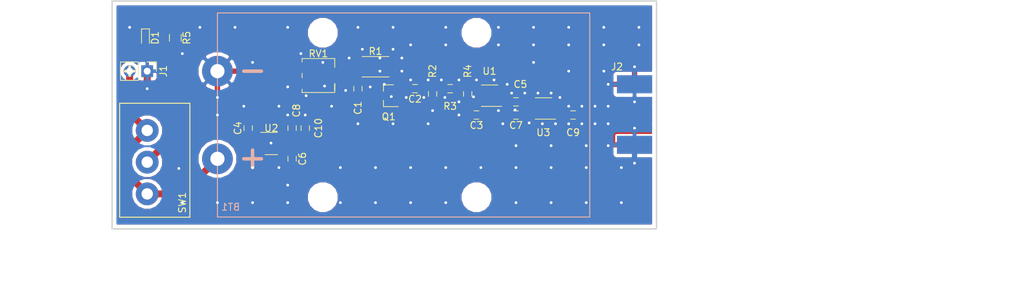
<source format=kicad_pcb>
(kicad_pcb (version 20170123) (host pcbnew "(2017-05-02 revision e4d2924ee)-makepkg")

  (general
    (links 48)
    (no_connects 1)
    (area 55.508822 84.989999 202.724286 129.745001)
    (thickness 1.6)
    (drawings 12)
    (tracks 369)
    (zones 0)
    (modules 25)
    (nets 16)
  )

  (page A4)
  (layers
    (0 F.Cu signal hide)
    (31 B.Cu signal hide)
    (32 B.Adhes user)
    (33 F.Adhes user)
    (34 B.Paste user)
    (35 F.Paste user)
    (36 B.SilkS user)
    (37 F.SilkS user)
    (38 B.Mask user)
    (39 F.Mask user)
    (40 Dwgs.User user)
    (41 Cmts.User user)
    (42 Eco1.User user)
    (43 Eco2.User user)
    (44 Edge.Cuts user)
    (45 Margin user)
    (46 B.CrtYd user)
    (47 F.CrtYd user)
    (48 B.Fab user)
    (49 F.Fab user hide)
  )

  (setup
    (last_trace_width 1.016)
    (user_trace_width 0.1524)
    (user_trace_width 0.2032)
    (user_trace_width 0.508)
    (user_trace_width 0.762)
    (user_trace_width 1.016)
    (trace_clearance 0.2)
    (zone_clearance 0.2032)
    (zone_45_only no)
    (trace_min 0.1524)
    (segment_width 0.508)
    (edge_width 0.15)
    (via_size 0.8)
    (via_drill 0.4)
    (via_min_size 0.0381)
    (via_min_drill 0.254)
    (user_via 0.508 0.254)
    (uvia_size 0.3)
    (uvia_drill 0.1)
    (uvias_allowed no)
    (uvia_min_size 0.2)
    (uvia_min_drill 0.1)
    (pcb_text_width 0.3)
    (pcb_text_size 1.5 1.5)
    (mod_edge_width 0.15)
    (mod_text_size 1 1)
    (mod_text_width 0.15)
    (pad_size 1.524 1.524)
    (pad_drill 0.762)
    (pad_to_mask_clearance 0.2)
    (aux_axis_origin 0 0)
    (visible_elements FFFFE77F)
    (pcbplotparams
      (layerselection 0x00030_ffffffff)
      (usegerberextensions false)
      (excludeedgelayer true)
      (linewidth 0.100000)
      (plotframeref false)
      (viasonmask false)
      (mode 1)
      (useauxorigin false)
      (hpglpennumber 1)
      (hpglpenspeed 20)
      (hpglpendiameter 15)
      (psnegative false)
      (psa4output false)
      (plotreference true)
      (plotvalue true)
      (plotinvisibletext false)
      (padsonsilk false)
      (subtractmaskfromsilk false)
      (outputformat 1)
      (mirror false)
      (drillshape 1)
      (scaleselection 1)
      (outputdirectory ""))
  )

  (net 0 "")
  (net 1 "Net-(BT1-Pad1)")
  (net 2 GND)
  (net 3 "Net-(C1-Pad1)")
  (net 4 "Net-(C2-Pad1)")
  (net 5 "Net-(C2-Pad2)")
  (net 6 +5V)
  (net 7 +9V)
  (net 8 "Net-(C5-Pad2)")
  (net 9 "Net-(C5-Pad1)")
  (net 10 "Net-(C6-Pad1)")
  (net 11 "Net-(C9-Pad2)")
  (net 12 "Net-(C9-Pad1)")
  (net 13 "Net-(D1-Pad1)")
  (net 14 "Net-(R3-Pad1)")
  (net 15 "Net-(Q1-Pad3)")

  (net_class Default "This is the default net class."
    (clearance 0.2)
    (trace_width 0.25)
    (via_dia 0.8)
    (via_drill 0.4)
    (uvia_dia 0.3)
    (uvia_drill 0.1)
    (add_net +5V)
    (add_net +9V)
    (add_net GND)
    (add_net "Net-(BT1-Pad1)")
    (add_net "Net-(C1-Pad1)")
    (add_net "Net-(C2-Pad1)")
    (add_net "Net-(C2-Pad2)")
    (add_net "Net-(C5-Pad1)")
    (add_net "Net-(C5-Pad2)")
    (add_net "Net-(C6-Pad1)")
    (add_net "Net-(C9-Pad1)")
    (add_net "Net-(C9-Pad2)")
    (add_net "Net-(D1-Pad1)")
    (add_net "Net-(Q1-Pad3)")
    (add_net "Net-(R3-Pad1)")
  )

  (module FritzLib:1294 (layer B.Cu) (tedit 5990A1F6) (tstamp 5991493A)
    (at 86.36 101.6)
    (path /598D6EC5)
    (fp_text reference BT1 (at 1.905 13.335) (layer B.SilkS)
      (effects (font (size 1 1) (thickness 0.15)) (justify mirror))
    )
    (fp_text value 9V (at 2.54 -12.7) (layer B.Fab)
      (effects (font (size 1 1) (thickness 0.15)) (justify mirror))
    )
    (fp_line (start 0 -14.7828) (end 53.848 -14.7828) (layer B.SilkS) (width 0.15))
    (fp_line (start 53.848 14.7828) (end 53.848 -14.7828) (layer B.SilkS) (width 0.15))
    (fp_line (start 0 13.5128) (end 0 13.5128) (layer B.SilkS) (width 0.15))
    (fp_line (start 0 14.7828) (end 0 -14.7828) (layer B.SilkS) (width 0.15))
    (fp_line (start 1.27 14.7828) (end 1.27 14.7828) (layer B.SilkS) (width 0.15))
    (fp_line (start 0 14.7828) (end 53.848 14.7828) (layer B.SilkS) (width 0.15))
    (fp_line (start 5.08 7.62) (end 5.08 5.08) (layer B.SilkS) (width 0.508))
    (fp_line (start 5.08 5.08) (end 5.08 5.08) (layer B.SilkS) (width 0.15))
    (fp_line (start 3.81 6.35) (end 6.35 6.35) (layer B.SilkS) (width 0.508))
    (fp_line (start 6.35 6.35) (end 6.35 6.35) (layer B.SilkS) (width 0.15))
    (fp_line (start 6.35 -6.35) (end 6.35 -6.35) (layer B.SilkS) (width 0.15))
    (fp_line (start 3.81 -6.35) (end 6.35 -6.35) (layer B.SilkS) (width 0.508))
    (pad 1 thru_hole circle (at 0 6.35) (size 4.445 4.445) (drill 2.0574) (layers *.Cu *.Mask)
      (net 1 "Net-(BT1-Pad1)"))
    (pad 2 thru_hole circle (at 0 -6.35) (size 4.445 4.445) (drill 2.0574) (layers *.Cu *.Mask)
      (net 2 GND))
    (pad "" np_thru_hole circle (at 15.24 -11.9126) (size 3.302 3.302) (drill 3.302) (layers *.Cu *.Mask))
    (pad "" np_thru_hole circle (at 15.24 11.9126) (size 3.302 3.302) (drill 3.302) (layers *.Cu *.Mask))
    (pad "" np_thru_hole circle (at 37.465 -11.9126) (size 3.302 3.302) (drill 3.302) (layers *.Cu *.Mask))
    (pad "" np_thru_hole circle (at 37.465 11.9126) (size 3.302 3.302) (drill 3.302) (layers *.Cu *.Mask))
  )

  (module Capacitors_SMD:C_0603 (layer F.Cu) (tedit 58AA844E) (tstamp 5991494B)
    (at 106.68 97.79 270)
    (descr "Capacitor SMD 0603, reflow soldering, AVX (see smccp.pdf)")
    (tags "capacitor 0603")
    (path /598BEDF5)
    (attr smd)
    (fp_text reference C1 (at 2.794 0 270) (layer F.SilkS)
      (effects (font (size 1 1) (thickness 0.15)))
    )
    (fp_text value 1nF (at 0 1.5 270) (layer F.Fab)
      (effects (font (size 1 1) (thickness 0.15)))
    )
    (fp_text user %R (at 0 -1.5 270) (layer F.Fab)
      (effects (font (size 1 1) (thickness 0.15)))
    )
    (fp_line (start -0.8 0.4) (end -0.8 -0.4) (layer F.Fab) (width 0.1))
    (fp_line (start 0.8 0.4) (end -0.8 0.4) (layer F.Fab) (width 0.1))
    (fp_line (start 0.8 -0.4) (end 0.8 0.4) (layer F.Fab) (width 0.1))
    (fp_line (start -0.8 -0.4) (end 0.8 -0.4) (layer F.Fab) (width 0.1))
    (fp_line (start -0.35 -0.6) (end 0.35 -0.6) (layer F.SilkS) (width 0.12))
    (fp_line (start 0.35 0.6) (end -0.35 0.6) (layer F.SilkS) (width 0.12))
    (fp_line (start -1.4 -0.65) (end 1.4 -0.65) (layer F.CrtYd) (width 0.05))
    (fp_line (start -1.4 -0.65) (end -1.4 0.65) (layer F.CrtYd) (width 0.05))
    (fp_line (start 1.4 0.65) (end 1.4 -0.65) (layer F.CrtYd) (width 0.05))
    (fp_line (start 1.4 0.65) (end -1.4 0.65) (layer F.CrtYd) (width 0.05))
    (pad 1 smd rect (at -0.75 0 270) (size 0.8 0.75) (layers F.Cu F.Paste F.Mask)
      (net 3 "Net-(C1-Pad1)"))
    (pad 2 smd rect (at 0.75 0 270) (size 0.8 0.75) (layers F.Cu F.Paste F.Mask)
      (net 2 GND))
    (model Capacitors_SMD.3dshapes/C_0603.wrl
      (at (xyz 0 0 0))
      (scale (xyz 1 1 1))
      (rotate (xyz 0 0 0))
    )
  )

  (module Capacitors_SMD:C_0603 (layer F.Cu) (tedit 58AA844E) (tstamp 5991495C)
    (at 114.935 97.79 180)
    (descr "Capacitor SMD 0603, reflow soldering, AVX (see smccp.pdf)")
    (tags "capacitor 0603")
    (path /598DFAFB)
    (attr smd)
    (fp_text reference C2 (at 0 -1.5 180) (layer F.SilkS)
      (effects (font (size 1 1) (thickness 0.15)))
    )
    (fp_text value 100pF (at 0 1.5 180) (layer F.Fab)
      (effects (font (size 1 1) (thickness 0.15)))
    )
    (fp_text user %R (at 0 -1.5 180) (layer F.Fab)
      (effects (font (size 1 1) (thickness 0.15)))
    )
    (fp_line (start -0.8 0.4) (end -0.8 -0.4) (layer F.Fab) (width 0.1))
    (fp_line (start 0.8 0.4) (end -0.8 0.4) (layer F.Fab) (width 0.1))
    (fp_line (start 0.8 -0.4) (end 0.8 0.4) (layer F.Fab) (width 0.1))
    (fp_line (start -0.8 -0.4) (end 0.8 -0.4) (layer F.Fab) (width 0.1))
    (fp_line (start -0.35 -0.6) (end 0.35 -0.6) (layer F.SilkS) (width 0.12))
    (fp_line (start 0.35 0.6) (end -0.35 0.6) (layer F.SilkS) (width 0.12))
    (fp_line (start -1.4 -0.65) (end 1.4 -0.65) (layer F.CrtYd) (width 0.05))
    (fp_line (start -1.4 -0.65) (end -1.4 0.65) (layer F.CrtYd) (width 0.05))
    (fp_line (start 1.4 0.65) (end 1.4 -0.65) (layer F.CrtYd) (width 0.05))
    (fp_line (start 1.4 0.65) (end -1.4 0.65) (layer F.CrtYd) (width 0.05))
    (pad 1 smd rect (at -0.75 0 180) (size 0.8 0.75) (layers F.Cu F.Paste F.Mask)
      (net 4 "Net-(C2-Pad1)"))
    (pad 2 smd rect (at 0.75 0 180) (size 0.8 0.75) (layers F.Cu F.Paste F.Mask)
      (net 5 "Net-(C2-Pad2)"))
    (model Capacitors_SMD.3dshapes/C_0603.wrl
      (at (xyz 0 0 0))
      (scale (xyz 1 1 1))
      (rotate (xyz 0 0 0))
    )
  )

  (module Capacitors_SMD:C_0603 (layer F.Cu) (tedit 58AA844E) (tstamp 5991496D)
    (at 123.825 101.6 180)
    (descr "Capacitor SMD 0603, reflow soldering, AVX (see smccp.pdf)")
    (tags "capacitor 0603")
    (path /598DF5F0)
    (attr smd)
    (fp_text reference C3 (at 0 -1.5 180) (layer F.SilkS)
      (effects (font (size 1 1) (thickness 0.15)))
    )
    (fp_text value 100nF (at 0 1.5 180) (layer F.Fab)
      (effects (font (size 1 1) (thickness 0.15)))
    )
    (fp_line (start 1.4 0.65) (end -1.4 0.65) (layer F.CrtYd) (width 0.05))
    (fp_line (start 1.4 0.65) (end 1.4 -0.65) (layer F.CrtYd) (width 0.05))
    (fp_line (start -1.4 -0.65) (end -1.4 0.65) (layer F.CrtYd) (width 0.05))
    (fp_line (start -1.4 -0.65) (end 1.4 -0.65) (layer F.CrtYd) (width 0.05))
    (fp_line (start 0.35 0.6) (end -0.35 0.6) (layer F.SilkS) (width 0.12))
    (fp_line (start -0.35 -0.6) (end 0.35 -0.6) (layer F.SilkS) (width 0.12))
    (fp_line (start -0.8 -0.4) (end 0.8 -0.4) (layer F.Fab) (width 0.1))
    (fp_line (start 0.8 -0.4) (end 0.8 0.4) (layer F.Fab) (width 0.1))
    (fp_line (start 0.8 0.4) (end -0.8 0.4) (layer F.Fab) (width 0.1))
    (fp_line (start -0.8 0.4) (end -0.8 -0.4) (layer F.Fab) (width 0.1))
    (fp_text user %R (at 0 -1.5 180) (layer F.Fab)
      (effects (font (size 1 1) (thickness 0.15)))
    )
    (pad 2 smd rect (at 0.75 0 180) (size 0.8 0.75) (layers F.Cu F.Paste F.Mask)
      (net 2 GND))
    (pad 1 smd rect (at -0.75 0 180) (size 0.8 0.75) (layers F.Cu F.Paste F.Mask)
      (net 6 +5V))
    (model Capacitors_SMD.3dshapes/C_0603.wrl
      (at (xyz 0 0 0))
      (scale (xyz 1 1 1))
      (rotate (xyz 0 0 0))
    )
  )

  (module Capacitors_SMD:C_0603 (layer F.Cu) (tedit 58AA844E) (tstamp 5991497E)
    (at 90.805 103.505 90)
    (descr "Capacitor SMD 0603, reflow soldering, AVX (see smccp.pdf)")
    (tags "capacitor 0603")
    (path /598C5784)
    (attr smd)
    (fp_text reference C4 (at 0 -1.5 90) (layer F.SilkS)
      (effects (font (size 1 1) (thickness 0.15)))
    )
    (fp_text value 1uF (at 0 1.5 90) (layer F.Fab)
      (effects (font (size 1 1) (thickness 0.15)))
    )
    (fp_text user %R (at 0 -1.5 90) (layer F.Fab)
      (effects (font (size 1 1) (thickness 0.15)))
    )
    (fp_line (start -0.8 0.4) (end -0.8 -0.4) (layer F.Fab) (width 0.1))
    (fp_line (start 0.8 0.4) (end -0.8 0.4) (layer F.Fab) (width 0.1))
    (fp_line (start 0.8 -0.4) (end 0.8 0.4) (layer F.Fab) (width 0.1))
    (fp_line (start -0.8 -0.4) (end 0.8 -0.4) (layer F.Fab) (width 0.1))
    (fp_line (start -0.35 -0.6) (end 0.35 -0.6) (layer F.SilkS) (width 0.12))
    (fp_line (start 0.35 0.6) (end -0.35 0.6) (layer F.SilkS) (width 0.12))
    (fp_line (start -1.4 -0.65) (end 1.4 -0.65) (layer F.CrtYd) (width 0.05))
    (fp_line (start -1.4 -0.65) (end -1.4 0.65) (layer F.CrtYd) (width 0.05))
    (fp_line (start 1.4 0.65) (end 1.4 -0.65) (layer F.CrtYd) (width 0.05))
    (fp_line (start 1.4 0.65) (end -1.4 0.65) (layer F.CrtYd) (width 0.05))
    (pad 1 smd rect (at -0.75 0 90) (size 0.8 0.75) (layers F.Cu F.Paste F.Mask)
      (net 7 +9V))
    (pad 2 smd rect (at 0.75 0 90) (size 0.8 0.75) (layers F.Cu F.Paste F.Mask)
      (net 2 GND))
    (model Capacitors_SMD.3dshapes/C_0603.wrl
      (at (xyz 0 0 0))
      (scale (xyz 1 1 1))
      (rotate (xyz 0 0 0))
    )
  )

  (module Capacitors_SMD:C_0603 (layer F.Cu) (tedit 58AA844E) (tstamp 5991498F)
    (at 129.54 99.695 180)
    (descr "Capacitor SMD 0603, reflow soldering, AVX (see smccp.pdf)")
    (tags "capacitor 0603")
    (path /598C1FDD)
    (attr smd)
    (fp_text reference C5 (at -0.635 2.54 180) (layer F.SilkS)
      (effects (font (size 1 1) (thickness 0.15)))
    )
    (fp_text value 100pF (at 0 1.5 180) (layer F.Fab)
      (effects (font (size 1 1) (thickness 0.15)))
    )
    (fp_line (start 1.4 0.65) (end -1.4 0.65) (layer F.CrtYd) (width 0.05))
    (fp_line (start 1.4 0.65) (end 1.4 -0.65) (layer F.CrtYd) (width 0.05))
    (fp_line (start -1.4 -0.65) (end -1.4 0.65) (layer F.CrtYd) (width 0.05))
    (fp_line (start -1.4 -0.65) (end 1.4 -0.65) (layer F.CrtYd) (width 0.05))
    (fp_line (start 0.35 0.6) (end -0.35 0.6) (layer F.SilkS) (width 0.12))
    (fp_line (start -0.35 -0.6) (end 0.35 -0.6) (layer F.SilkS) (width 0.12))
    (fp_line (start -0.8 -0.4) (end 0.8 -0.4) (layer F.Fab) (width 0.1))
    (fp_line (start 0.8 -0.4) (end 0.8 0.4) (layer F.Fab) (width 0.1))
    (fp_line (start 0.8 0.4) (end -0.8 0.4) (layer F.Fab) (width 0.1))
    (fp_line (start -0.8 0.4) (end -0.8 -0.4) (layer F.Fab) (width 0.1))
    (fp_text user %R (at 0 -1.5 180) (layer F.Fab)
      (effects (font (size 1 1) (thickness 0.15)))
    )
    (pad 2 smd rect (at 0.75 0 180) (size 0.8 0.75) (layers F.Cu F.Paste F.Mask)
      (net 8 "Net-(C5-Pad2)"))
    (pad 1 smd rect (at -0.75 0 180) (size 0.8 0.75) (layers F.Cu F.Paste F.Mask)
      (net 9 "Net-(C5-Pad1)"))
    (model Capacitors_SMD.3dshapes/C_0603.wrl
      (at (xyz 0 0 0))
      (scale (xyz 1 1 1))
      (rotate (xyz 0 0 0))
    )
  )

  (module Capacitors_SMD:C_0603 (layer F.Cu) (tedit 58AA844E) (tstamp 599149A0)
    (at 97.155 107.95 270)
    (descr "Capacitor SMD 0603, reflow soldering, AVX (see smccp.pdf)")
    (tags "capacitor 0603")
    (path /598D79C6)
    (attr smd)
    (fp_text reference C6 (at 0 -1.5 270) (layer F.SilkS)
      (effects (font (size 1 1) (thickness 0.15)))
    )
    (fp_text value 100nF (at 0 1.5 270) (layer F.Fab)
      (effects (font (size 1 1) (thickness 0.15)))
    )
    (fp_text user %R (at 0 -1.5 270) (layer F.Fab)
      (effects (font (size 1 1) (thickness 0.15)))
    )
    (fp_line (start -0.8 0.4) (end -0.8 -0.4) (layer F.Fab) (width 0.1))
    (fp_line (start 0.8 0.4) (end -0.8 0.4) (layer F.Fab) (width 0.1))
    (fp_line (start 0.8 -0.4) (end 0.8 0.4) (layer F.Fab) (width 0.1))
    (fp_line (start -0.8 -0.4) (end 0.8 -0.4) (layer F.Fab) (width 0.1))
    (fp_line (start -0.35 -0.6) (end 0.35 -0.6) (layer F.SilkS) (width 0.12))
    (fp_line (start 0.35 0.6) (end -0.35 0.6) (layer F.SilkS) (width 0.12))
    (fp_line (start -1.4 -0.65) (end 1.4 -0.65) (layer F.CrtYd) (width 0.05))
    (fp_line (start -1.4 -0.65) (end -1.4 0.65) (layer F.CrtYd) (width 0.05))
    (fp_line (start 1.4 0.65) (end 1.4 -0.65) (layer F.CrtYd) (width 0.05))
    (fp_line (start 1.4 0.65) (end -1.4 0.65) (layer F.CrtYd) (width 0.05))
    (pad 1 smd rect (at -0.75 0 270) (size 0.8 0.75) (layers F.Cu F.Paste F.Mask)
      (net 10 "Net-(C6-Pad1)"))
    (pad 2 smd rect (at 0.75 0 270) (size 0.8 0.75) (layers F.Cu F.Paste F.Mask)
      (net 2 GND))
    (model Capacitors_SMD.3dshapes/C_0603.wrl
      (at (xyz 0 0 0))
      (scale (xyz 1 1 1))
      (rotate (xyz 0 0 0))
    )
  )

  (module Capacitors_SMD:C_0603 (layer F.Cu) (tedit 58AA844E) (tstamp 599149B1)
    (at 129.54 101.6 180)
    (descr "Capacitor SMD 0603, reflow soldering, AVX (see smccp.pdf)")
    (tags "capacitor 0603")
    (path /598DF72F)
    (attr smd)
    (fp_text reference C7 (at 0 -1.5 180) (layer F.SilkS)
      (effects (font (size 1 1) (thickness 0.15)))
    )
    (fp_text value 100nF (at 0 1.5 180) (layer F.Fab)
      (effects (font (size 1 1) (thickness 0.15)))
    )
    (fp_line (start 1.4 0.65) (end -1.4 0.65) (layer F.CrtYd) (width 0.05))
    (fp_line (start 1.4 0.65) (end 1.4 -0.65) (layer F.CrtYd) (width 0.05))
    (fp_line (start -1.4 -0.65) (end -1.4 0.65) (layer F.CrtYd) (width 0.05))
    (fp_line (start -1.4 -0.65) (end 1.4 -0.65) (layer F.CrtYd) (width 0.05))
    (fp_line (start 0.35 0.6) (end -0.35 0.6) (layer F.SilkS) (width 0.12))
    (fp_line (start -0.35 -0.6) (end 0.35 -0.6) (layer F.SilkS) (width 0.12))
    (fp_line (start -0.8 -0.4) (end 0.8 -0.4) (layer F.Fab) (width 0.1))
    (fp_line (start 0.8 -0.4) (end 0.8 0.4) (layer F.Fab) (width 0.1))
    (fp_line (start 0.8 0.4) (end -0.8 0.4) (layer F.Fab) (width 0.1))
    (fp_line (start -0.8 0.4) (end -0.8 -0.4) (layer F.Fab) (width 0.1))
    (fp_text user %R (at 0 -1.5 180) (layer F.Fab)
      (effects (font (size 1 1) (thickness 0.15)))
    )
    (pad 2 smd rect (at 0.75 0 180) (size 0.8 0.75) (layers F.Cu F.Paste F.Mask)
      (net 2 GND))
    (pad 1 smd rect (at -0.75 0 180) (size 0.8 0.75) (layers F.Cu F.Paste F.Mask)
      (net 6 +5V))
    (model Capacitors_SMD.3dshapes/C_0603.wrl
      (at (xyz 0 0 0))
      (scale (xyz 1 1 1))
      (rotate (xyz 0 0 0))
    )
  )

  (module Capacitors_SMD:C_0603 (layer F.Cu) (tedit 58AA844E) (tstamp 599149C2)
    (at 97.155 103.505 90)
    (descr "Capacitor SMD 0603, reflow soldering, AVX (see smccp.pdf)")
    (tags "capacitor 0603")
    (path /598D4DB5)
    (attr smd)
    (fp_text reference C8 (at 2.54 0.635 90) (layer F.SilkS)
      (effects (font (size 1 1) (thickness 0.15)))
    )
    (fp_text value 1uF (at 0 1.5 90) (layer F.Fab)
      (effects (font (size 1 1) (thickness 0.15)))
    )
    (fp_text user %R (at 0 -1.5 90) (layer F.Fab)
      (effects (font (size 1 1) (thickness 0.15)))
    )
    (fp_line (start -0.8 0.4) (end -0.8 -0.4) (layer F.Fab) (width 0.1))
    (fp_line (start 0.8 0.4) (end -0.8 0.4) (layer F.Fab) (width 0.1))
    (fp_line (start 0.8 -0.4) (end 0.8 0.4) (layer F.Fab) (width 0.1))
    (fp_line (start -0.8 -0.4) (end 0.8 -0.4) (layer F.Fab) (width 0.1))
    (fp_line (start -0.35 -0.6) (end 0.35 -0.6) (layer F.SilkS) (width 0.12))
    (fp_line (start 0.35 0.6) (end -0.35 0.6) (layer F.SilkS) (width 0.12))
    (fp_line (start -1.4 -0.65) (end 1.4 -0.65) (layer F.CrtYd) (width 0.05))
    (fp_line (start -1.4 -0.65) (end -1.4 0.65) (layer F.CrtYd) (width 0.05))
    (fp_line (start 1.4 0.65) (end 1.4 -0.65) (layer F.CrtYd) (width 0.05))
    (fp_line (start 1.4 0.65) (end -1.4 0.65) (layer F.CrtYd) (width 0.05))
    (pad 1 smd rect (at -0.75 0 90) (size 0.8 0.75) (layers F.Cu F.Paste F.Mask)
      (net 6 +5V))
    (pad 2 smd rect (at 0.75 0 90) (size 0.8 0.75) (layers F.Cu F.Paste F.Mask)
      (net 2 GND))
    (model Capacitors_SMD.3dshapes/C_0603.wrl
      (at (xyz 0 0 0))
      (scale (xyz 1 1 1))
      (rotate (xyz 0 0 0))
    )
  )

  (module Capacitors_SMD:C_0603 (layer F.Cu) (tedit 58AA844E) (tstamp 599149D3)
    (at 137.795 101.6 180)
    (descr "Capacitor SMD 0603, reflow soldering, AVX (see smccp.pdf)")
    (tags "capacitor 0603")
    (path /598CFD23)
    (attr smd)
    (fp_text reference C9 (at 0 -2.54 180) (layer F.SilkS)
      (effects (font (size 1 1) (thickness 0.15)))
    )
    (fp_text value 100pF (at 0 1.5 180) (layer F.Fab)
      (effects (font (size 1 1) (thickness 0.15)))
    )
    (fp_line (start 1.4 0.65) (end -1.4 0.65) (layer F.CrtYd) (width 0.05))
    (fp_line (start 1.4 0.65) (end 1.4 -0.65) (layer F.CrtYd) (width 0.05))
    (fp_line (start -1.4 -0.65) (end -1.4 0.65) (layer F.CrtYd) (width 0.05))
    (fp_line (start -1.4 -0.65) (end 1.4 -0.65) (layer F.CrtYd) (width 0.05))
    (fp_line (start 0.35 0.6) (end -0.35 0.6) (layer F.SilkS) (width 0.12))
    (fp_line (start -0.35 -0.6) (end 0.35 -0.6) (layer F.SilkS) (width 0.12))
    (fp_line (start -0.8 -0.4) (end 0.8 -0.4) (layer F.Fab) (width 0.1))
    (fp_line (start 0.8 -0.4) (end 0.8 0.4) (layer F.Fab) (width 0.1))
    (fp_line (start 0.8 0.4) (end -0.8 0.4) (layer F.Fab) (width 0.1))
    (fp_line (start -0.8 0.4) (end -0.8 -0.4) (layer F.Fab) (width 0.1))
    (fp_text user %R (at 0 -1.5 180) (layer F.Fab)
      (effects (font (size 1 1) (thickness 0.15)))
    )
    (pad 2 smd rect (at 0.75 0 180) (size 0.8 0.75) (layers F.Cu F.Paste F.Mask)
      (net 11 "Net-(C9-Pad2)"))
    (pad 1 smd rect (at -0.75 0 180) (size 0.8 0.75) (layers F.Cu F.Paste F.Mask)
      (net 12 "Net-(C9-Pad1)"))
    (model Capacitors_SMD.3dshapes/C_0603.wrl
      (at (xyz 0 0 0))
      (scale (xyz 1 1 1))
      (rotate (xyz 0 0 0))
    )
  )

  (module Capacitors_SMD:C_0603 (layer F.Cu) (tedit 58AA844E) (tstamp 599149E4)
    (at 99.06 103.505 90)
    (descr "Capacitor SMD 0603, reflow soldering, AVX (see smccp.pdf)")
    (tags "capacitor 0603")
    (path /598D6EC9)
    (attr smd)
    (fp_text reference C10 (at 0 1.905 90) (layer F.SilkS)
      (effects (font (size 1 1) (thickness 0.15)))
    )
    (fp_text value 1uF (at 0 1.5 90) (layer F.Fab)
      (effects (font (size 1 1) (thickness 0.15)))
    )
    (fp_line (start 1.4 0.65) (end -1.4 0.65) (layer F.CrtYd) (width 0.05))
    (fp_line (start 1.4 0.65) (end 1.4 -0.65) (layer F.CrtYd) (width 0.05))
    (fp_line (start -1.4 -0.65) (end -1.4 0.65) (layer F.CrtYd) (width 0.05))
    (fp_line (start -1.4 -0.65) (end 1.4 -0.65) (layer F.CrtYd) (width 0.05))
    (fp_line (start 0.35 0.6) (end -0.35 0.6) (layer F.SilkS) (width 0.12))
    (fp_line (start -0.35 -0.6) (end 0.35 -0.6) (layer F.SilkS) (width 0.12))
    (fp_line (start -0.8 -0.4) (end 0.8 -0.4) (layer F.Fab) (width 0.1))
    (fp_line (start 0.8 -0.4) (end 0.8 0.4) (layer F.Fab) (width 0.1))
    (fp_line (start 0.8 0.4) (end -0.8 0.4) (layer F.Fab) (width 0.1))
    (fp_line (start -0.8 0.4) (end -0.8 -0.4) (layer F.Fab) (width 0.1))
    (fp_text user %R (at 0 -1.5 90) (layer F.Fab)
      (effects (font (size 1 1) (thickness 0.15)))
    )
    (pad 2 smd rect (at 0.75 0 90) (size 0.8 0.75) (layers F.Cu F.Paste F.Mask)
      (net 2 GND))
    (pad 1 smd rect (at -0.75 0 90) (size 0.8 0.75) (layers F.Cu F.Paste F.Mask)
      (net 6 +5V))
    (model Capacitors_SMD.3dshapes/C_0603.wrl
      (at (xyz 0 0 0))
      (scale (xyz 1 1 1))
      (rotate (xyz 0 0 0))
    )
  )

  (module Diodes_SMD:D_0603 (layer F.Cu) (tedit 590CE922) (tstamp 599149FC)
    (at 75.946 90.424 270)
    (descr "Diode SMD in 0603 package http://datasheets.avx.com/schottky.pdf")
    (tags "smd diode")
    (path /598DBD78)
    (attr smd)
    (fp_text reference D1 (at 0 -1.4 270) (layer F.SilkS)
      (effects (font (size 1 1) (thickness 0.15)))
    )
    (fp_text value RED (at 0 1.4 270) (layer F.Fab)
      (effects (font (size 1 1) (thickness 0.15)))
    )
    (fp_line (start -1.3 -0.57) (end 0.8 -0.57) (layer F.SilkS) (width 0.12))
    (fp_line (start -1.3 0.57) (end 0.8 0.57) (layer F.SilkS) (width 0.12))
    (fp_line (start -0.8 -0.45) (end 0.8 -0.45) (layer F.Fab) (width 0.1))
    (fp_line (start 0.8 -0.45) (end 0.8 0.45) (layer F.Fab) (width 0.1))
    (fp_line (start 0.8 0.45) (end -0.8 0.45) (layer F.Fab) (width 0.1))
    (fp_line (start -0.8 0.45) (end -0.8 -0.45) (layer F.Fab) (width 0.1))
    (fp_line (start 0.2 -0.2) (end -0.1 0) (layer F.Fab) (width 0.1))
    (fp_line (start -0.1 0) (end 0.2 0.2) (layer F.Fab) (width 0.1))
    (fp_line (start 0.2 0.2) (end 0.2 -0.2) (layer F.Fab) (width 0.1))
    (fp_line (start -0.1 -0.2) (end -0.1 0.2) (layer F.Fab) (width 0.1))
    (fp_line (start -0.1 0) (end -0.3 0) (layer F.Fab) (width 0.1))
    (fp_line (start 0.2 0) (end 0.4 0) (layer F.Fab) (width 0.1))
    (fp_line (start 1.4 -0.67) (end -1.4 -0.67) (layer F.CrtYd) (width 0.05))
    (fp_line (start -1.4 -0.67) (end -1.4 0.67) (layer F.CrtYd) (width 0.05))
    (fp_line (start -1.4 0.67) (end 1.4 0.67) (layer F.CrtYd) (width 0.05))
    (fp_line (start 1.4 0.67) (end 1.4 -0.67) (layer F.CrtYd) (width 0.05))
    (fp_line (start -1.3 -0.57) (end -1.3 0.57) (layer F.SilkS) (width 0.12))
    (fp_text user %R (at 0 -1.4 270) (layer F.Fab)
      (effects (font (size 1 1) (thickness 0.15)))
    )
    (pad 2 smd rect (at 0.85 0 270) (size 0.6 0.8) (layers F.Cu F.Paste F.Mask)
      (net 7 +9V))
    (pad 1 smd rect (at -0.85 0 270) (size 0.6 0.8) (layers F.Cu F.Paste F.Mask)
      (net 13 "Net-(D1-Pad1)"))
    (model ${KISYS3DMOD}/Diodes_SMD.3dshapes/D_0603.wrl
      (at (xyz 0 0 0))
      (scale (xyz 1 1 1))
      (rotate (xyz 0 0 0))
    )
  )

  (module Pin_Headers:Pin_Header_Straight_1x02_Pitch2.54mm (layer F.Cu) (tedit 59650532) (tstamp 59914A12)
    (at 76.2 95.25 270)
    (descr "Through hole straight pin header, 1x02, 2.54mm pitch, single row")
    (tags "Through hole pin header THT 1x02 2.54mm single row")
    (path /5990F70B)
    (fp_text reference J1 (at 0 -2.33 270) (layer F.SilkS)
      (effects (font (size 1 1) (thickness 0.15)))
    )
    (fp_text value CONN_01X02 (at 0 4.87 270) (layer F.Fab)
      (effects (font (size 1 1) (thickness 0.15)))
    )
    (fp_text user %R (at 0 1.27) (layer F.Fab)
      (effects (font (size 1 1) (thickness 0.15)))
    )
    (fp_line (start 1.8 -1.8) (end -1.8 -1.8) (layer F.CrtYd) (width 0.05))
    (fp_line (start 1.8 4.35) (end 1.8 -1.8) (layer F.CrtYd) (width 0.05))
    (fp_line (start -1.8 4.35) (end 1.8 4.35) (layer F.CrtYd) (width 0.05))
    (fp_line (start -1.8 -1.8) (end -1.8 4.35) (layer F.CrtYd) (width 0.05))
    (fp_line (start -1.33 -1.33) (end 0 -1.33) (layer F.SilkS) (width 0.12))
    (fp_line (start -1.33 0) (end -1.33 -1.33) (layer F.SilkS) (width 0.12))
    (fp_line (start -1.33 1.27) (end 1.33 1.27) (layer F.SilkS) (width 0.12))
    (fp_line (start 1.33 1.27) (end 1.33 3.87) (layer F.SilkS) (width 0.12))
    (fp_line (start -1.33 1.27) (end -1.33 3.87) (layer F.SilkS) (width 0.12))
    (fp_line (start -1.33 3.87) (end 1.33 3.87) (layer F.SilkS) (width 0.12))
    (fp_line (start -1.27 -0.635) (end -0.635 -1.27) (layer F.Fab) (width 0.1))
    (fp_line (start -1.27 3.81) (end -1.27 -0.635) (layer F.Fab) (width 0.1))
    (fp_line (start 1.27 3.81) (end -1.27 3.81) (layer F.Fab) (width 0.1))
    (fp_line (start 1.27 -1.27) (end 1.27 3.81) (layer F.Fab) (width 0.1))
    (fp_line (start -0.635 -1.27) (end 1.27 -1.27) (layer F.Fab) (width 0.1))
    (pad 2 thru_hole oval (at 0 2.54 270) (size 1.7 1.7) (drill 1) (layers *.Cu *.Mask)
      (net 1 "Net-(BT1-Pad1)"))
    (pad 1 thru_hole rect (at 0 0 270) (size 1.7 1.7) (drill 1) (layers *.Cu *.Mask)
      (net 2 GND))
    (model ${KISYS3DMOD}/Pin_Headers.3dshapes/Pin_Header_Straight_1x02_Pitch2.54mm.wrl
      (at (xyz 0 -0.05 0))
      (scale (xyz 1 1 1))
      (rotate (xyz 0 0 90))
    )
  )

  (module FritzLib:J502 (layer F.Cu) (tedit 5990A428) (tstamp 59914A1B)
    (at 146.685 105.918 90)
    (path /598DF9D5)
    (fp_text reference J2 (at 11.303 -2.54 180) (layer F.SilkS)
      (effects (font (size 1 1) (thickness 0.15)))
    )
    (fp_text value SMA (at 0 -5.58 90) (layer F.Fab)
      (effects (font (size 1 1) (thickness 0.15)))
    )
    (pad 2 smd rect (at 0 0 90) (size 2.6162 5.08) (layers F.Cu F.Paste F.Mask)
      (net 2 GND))
    (pad 2 smd rect (at 8.763 0 90) (size 2.6162 5.08) (layers F.Cu F.Paste F.Mask)
      (net 2 GND))
    (pad 1 smd rect (at 4.318 0 90) (size 2.286 5.08) (layers F.Cu F.Paste F.Mask)
      (net 12 "Net-(C9-Pad1)"))
    (pad 2 smd rect (at 0 0 90) (size 2.6162 5.08) (layers B.Cu B.Paste B.Mask)
      (net 2 GND))
    (pad 2 smd rect (at 8.763 0 90) (size 2.6162 5.08) (layers B.Cu B.Paste B.Mask)
      (net 2 GND))
  )

  (module Resistors_SMD:R_2010 (layer F.Cu) (tedit 58E0A804) (tstamp 59914A2C)
    (at 109.22 94.615)
    (descr "Resistor SMD 2010, reflow soldering, Vishay (see dcrcw.pdf)")
    (tags "resistor 2010")
    (path /598A8B33)
    (attr smd)
    (fp_text reference R1 (at 0 -2.25) (layer F.SilkS)
      (effects (font (size 1 1) (thickness 0.15)))
    )
    (fp_text value 51R (at 0 2.4) (layer F.Fab)
      (effects (font (size 1 1) (thickness 0.15)))
    )
    (fp_line (start 3.2 1.5) (end -3.2 1.5) (layer F.CrtYd) (width 0.05))
    (fp_line (start 3.2 1.5) (end 3.2 -1.5) (layer F.CrtYd) (width 0.05))
    (fp_line (start -3.2 -1.5) (end -3.2 1.5) (layer F.CrtYd) (width 0.05))
    (fp_line (start -3.2 -1.5) (end 3.2 -1.5) (layer F.CrtYd) (width 0.05))
    (fp_line (start -1.95 -1.48) (end 1.95 -1.48) (layer F.SilkS) (width 0.12))
    (fp_line (start 1.95 1.48) (end -1.95 1.48) (layer F.SilkS) (width 0.12))
    (fp_line (start -2.5 -1.25) (end 2.5 -1.25) (layer F.Fab) (width 0.1))
    (fp_line (start 2.5 -1.25) (end 2.5 1.25) (layer F.Fab) (width 0.1))
    (fp_line (start 2.5 1.25) (end -2.5 1.25) (layer F.Fab) (width 0.1))
    (fp_line (start -2.5 1.25) (end -2.5 -1.25) (layer F.Fab) (width 0.1))
    (fp_text user %R (at 0 0) (layer F.Fab)
      (effects (font (size 1 1) (thickness 0.15)))
    )
    (pad 2 smd rect (at 2.45 0) (size 1 2.5) (layers F.Cu F.Paste F.Mask)
      (net 5 "Net-(C2-Pad2)"))
    (pad 1 smd rect (at -2.45 0) (size 1 2.5) (layers F.Cu F.Paste F.Mask)
      (net 3 "Net-(C1-Pad1)"))
    (model ${KISYS3DMOD}/Resistors_SMD.3dshapes/R_2010.wrl
      (at (xyz 0 0 0))
      (scale (xyz 1 1 1))
      (rotate (xyz 0 0 0))
    )
  )

  (module Capacitors_SMD:C_0603 (layer F.Cu) (tedit 58AA844E) (tstamp 59914A3D)
    (at 117.475 98.552 270)
    (descr "Capacitor SMD 0603, reflow soldering, AVX (see smccp.pdf)")
    (tags "capacitor 0603")
    (path /598BC6EB)
    (attr smd)
    (fp_text reference R2 (at -3.302 0 270) (layer F.SilkS)
      (effects (font (size 1 1) (thickness 0.15)))
    )
    (fp_text value 120R (at 0 1.5 270) (layer F.Fab)
      (effects (font (size 1 1) (thickness 0.15)))
    )
    (fp_text user %R (at 0 -1.5 270) (layer F.Fab)
      (effects (font (size 1 1) (thickness 0.15)))
    )
    (fp_line (start -0.8 0.4) (end -0.8 -0.4) (layer F.Fab) (width 0.1))
    (fp_line (start 0.8 0.4) (end -0.8 0.4) (layer F.Fab) (width 0.1))
    (fp_line (start 0.8 -0.4) (end 0.8 0.4) (layer F.Fab) (width 0.1))
    (fp_line (start -0.8 -0.4) (end 0.8 -0.4) (layer F.Fab) (width 0.1))
    (fp_line (start -0.35 -0.6) (end 0.35 -0.6) (layer F.SilkS) (width 0.12))
    (fp_line (start 0.35 0.6) (end -0.35 0.6) (layer F.SilkS) (width 0.12))
    (fp_line (start -1.4 -0.65) (end 1.4 -0.65) (layer F.CrtYd) (width 0.05))
    (fp_line (start -1.4 -0.65) (end -1.4 0.65) (layer F.CrtYd) (width 0.05))
    (fp_line (start 1.4 0.65) (end 1.4 -0.65) (layer F.CrtYd) (width 0.05))
    (fp_line (start 1.4 0.65) (end -1.4 0.65) (layer F.CrtYd) (width 0.05))
    (pad 1 smd rect (at -0.75 0 270) (size 0.8 0.75) (layers F.Cu F.Paste F.Mask)
      (net 4 "Net-(C2-Pad1)"))
    (pad 2 smd rect (at 0.75 0 270) (size 0.8 0.75) (layers F.Cu F.Paste F.Mask)
      (net 2 GND))
    (model Capacitors_SMD.3dshapes/C_0603.wrl
      (at (xyz 0 0 0))
      (scale (xyz 1 1 1))
      (rotate (xyz 0 0 0))
    )
  )

  (module Capacitors_SMD:C_0603 (layer F.Cu) (tedit 58AA844E) (tstamp 59914A4E)
    (at 120.015 97.79 180)
    (descr "Capacitor SMD 0603, reflow soldering, AVX (see smccp.pdf)")
    (tags "capacitor 0603")
    (path /598BC893)
    (attr smd)
    (fp_text reference R3 (at 0 -2.54 180) (layer F.SilkS)
      (effects (font (size 1 1) (thickness 0.15)))
    )
    (fp_text value 56R (at 0 1.5 180) (layer F.Fab)
      (effects (font (size 1 1) (thickness 0.15)))
    )
    (fp_line (start 1.4 0.65) (end -1.4 0.65) (layer F.CrtYd) (width 0.05))
    (fp_line (start 1.4 0.65) (end 1.4 -0.65) (layer F.CrtYd) (width 0.05))
    (fp_line (start -1.4 -0.65) (end -1.4 0.65) (layer F.CrtYd) (width 0.05))
    (fp_line (start -1.4 -0.65) (end 1.4 -0.65) (layer F.CrtYd) (width 0.05))
    (fp_line (start 0.35 0.6) (end -0.35 0.6) (layer F.SilkS) (width 0.12))
    (fp_line (start -0.35 -0.6) (end 0.35 -0.6) (layer F.SilkS) (width 0.12))
    (fp_line (start -0.8 -0.4) (end 0.8 -0.4) (layer F.Fab) (width 0.1))
    (fp_line (start 0.8 -0.4) (end 0.8 0.4) (layer F.Fab) (width 0.1))
    (fp_line (start 0.8 0.4) (end -0.8 0.4) (layer F.Fab) (width 0.1))
    (fp_line (start -0.8 0.4) (end -0.8 -0.4) (layer F.Fab) (width 0.1))
    (fp_text user %R (at 0 -1.5 180) (layer F.Fab)
      (effects (font (size 1 1) (thickness 0.15)))
    )
    (pad 2 smd rect (at 0.75 0 180) (size 0.8 0.75) (layers F.Cu F.Paste F.Mask)
      (net 4 "Net-(C2-Pad1)"))
    (pad 1 smd rect (at -0.75 0 180) (size 0.8 0.75) (layers F.Cu F.Paste F.Mask)
      (net 14 "Net-(R3-Pad1)"))
    (model Capacitors_SMD.3dshapes/C_0603.wrl
      (at (xyz 0 0 0))
      (scale (xyz 1 1 1))
      (rotate (xyz 0 0 0))
    )
  )

  (module Capacitors_SMD:C_0603 (layer F.Cu) (tedit 58AA844E) (tstamp 59914A5F)
    (at 122.555 98.552 270)
    (descr "Capacitor SMD 0603, reflow soldering, AVX (see smccp.pdf)")
    (tags "capacitor 0603")
    (path /598BC670)
    (attr smd)
    (fp_text reference R4 (at -3.302 0 270) (layer F.SilkS)
      (effects (font (size 1 1) (thickness 0.15)))
    )
    (fp_text value 120R (at 0 1.5 270) (layer F.Fab)
      (effects (font (size 1 1) (thickness 0.15)))
    )
    (fp_line (start 1.4 0.65) (end -1.4 0.65) (layer F.CrtYd) (width 0.05))
    (fp_line (start 1.4 0.65) (end 1.4 -0.65) (layer F.CrtYd) (width 0.05))
    (fp_line (start -1.4 -0.65) (end -1.4 0.65) (layer F.CrtYd) (width 0.05))
    (fp_line (start -1.4 -0.65) (end 1.4 -0.65) (layer F.CrtYd) (width 0.05))
    (fp_line (start 0.35 0.6) (end -0.35 0.6) (layer F.SilkS) (width 0.12))
    (fp_line (start -0.35 -0.6) (end 0.35 -0.6) (layer F.SilkS) (width 0.12))
    (fp_line (start -0.8 -0.4) (end 0.8 -0.4) (layer F.Fab) (width 0.1))
    (fp_line (start 0.8 -0.4) (end 0.8 0.4) (layer F.Fab) (width 0.1))
    (fp_line (start 0.8 0.4) (end -0.8 0.4) (layer F.Fab) (width 0.1))
    (fp_line (start -0.8 0.4) (end -0.8 -0.4) (layer F.Fab) (width 0.1))
    (fp_text user %R (at 0 -1.5 270) (layer F.Fab)
      (effects (font (size 1 1) (thickness 0.15)))
    )
    (pad 2 smd rect (at 0.75 0 270) (size 0.8 0.75) (layers F.Cu F.Paste F.Mask)
      (net 2 GND))
    (pad 1 smd rect (at -0.75 0 270) (size 0.8 0.75) (layers F.Cu F.Paste F.Mask)
      (net 14 "Net-(R3-Pad1)"))
    (model Capacitors_SMD.3dshapes/C_0603.wrl
      (at (xyz 0 0 0))
      (scale (xyz 1 1 1))
      (rotate (xyz 0 0 0))
    )
  )

  (module Capacitors_SMD:C_0805 (layer F.Cu) (tedit 58AA8463) (tstamp 59914A70)
    (at 80.264 90.424 270)
    (descr "Capacitor SMD 0805, reflow soldering, AVX (see smccp.pdf)")
    (tags "capacitor 0805")
    (path /598DE531)
    (attr smd)
    (fp_text reference R5 (at 0 -1.651 270) (layer F.SilkS)
      (effects (font (size 1 1) (thickness 0.15)))
    )
    (fp_text value 680R (at 0 1.75 270) (layer F.Fab)
      (effects (font (size 1 1) (thickness 0.15)))
    )
    (fp_line (start 1.75 0.87) (end -1.75 0.87) (layer F.CrtYd) (width 0.05))
    (fp_line (start 1.75 0.87) (end 1.75 -0.88) (layer F.CrtYd) (width 0.05))
    (fp_line (start -1.75 -0.88) (end -1.75 0.87) (layer F.CrtYd) (width 0.05))
    (fp_line (start -1.75 -0.88) (end 1.75 -0.88) (layer F.CrtYd) (width 0.05))
    (fp_line (start -0.5 0.85) (end 0.5 0.85) (layer F.SilkS) (width 0.12))
    (fp_line (start 0.5 -0.85) (end -0.5 -0.85) (layer F.SilkS) (width 0.12))
    (fp_line (start -1 -0.62) (end 1 -0.62) (layer F.Fab) (width 0.1))
    (fp_line (start 1 -0.62) (end 1 0.62) (layer F.Fab) (width 0.1))
    (fp_line (start 1 0.62) (end -1 0.62) (layer F.Fab) (width 0.1))
    (fp_line (start -1 0.62) (end -1 -0.62) (layer F.Fab) (width 0.1))
    (fp_text user %R (at 0 -1.5 270) (layer F.Fab)
      (effects (font (size 1 1) (thickness 0.15)))
    )
    (pad 2 smd rect (at 1 0 270) (size 1 1.25) (layers F.Cu F.Paste F.Mask)
      (net 2 GND))
    (pad 1 smd rect (at -1 0 270) (size 1 1.25) (layers F.Cu F.Paste F.Mask)
      (net 13 "Net-(D1-Pad1)"))
    (model Capacitors_SMD.3dshapes/C_0805.wrl
      (at (xyz 0 0 0))
      (scale (xyz 1 1 1))
      (rotate (xyz 0 0 0))
    )
  )

  (module FritzLib:GF-123-0054 (layer F.Cu) (tedit 5990AB30) (tstamp 59914A9C)
    (at 72.2122 116.4082 90)
    (path /598DC5C1)
    (fp_text reference SW1 (at 2.1082 9.0678 90) (layer F.SilkS)
      (effects (font (size 1 1) (thickness 0.15)))
    )
    (fp_text value SPST (at 0 -3.81 90) (layer F.Fab)
      (effects (font (size 1 1) (thickness 0.15)))
    )
    (fp_line (start 0 0) (end 16.4592 0) (layer F.SilkS) (width 0.15))
    (fp_line (start 8.89 0) (end 8.89 0) (layer F.SilkS) (width 0.15))
    (fp_line (start 0 10.16) (end 16.4592 10.16) (layer F.SilkS) (width 0.15))
    (fp_line (start 0 0) (end 0 10.16) (layer F.SilkS) (width 0.15))
    (fp_line (start 0 10.16) (end 0 10.16) (layer F.SilkS) (width 0.15))
    (fp_line (start 16.51 0) (end 16.51 10.16) (layer F.SilkS) (width 0.15))
    (fp_line (start 16.51 10.16) (end 16.51 10.16) (layer F.SilkS) (width 0.15))
    (pad 1 thru_hole circle (at 3.3782 3.9878 90) (size 3.302 3.302) (drill 1.651) (layers *.Cu *.Mask)
      (net 1 "Net-(BT1-Pad1)"))
    (pad 2 thru_hole circle (at 7.9756 3.9878 90) (size 3.302 3.302) (drill 1.651) (layers *.Cu *.Mask)
      (net 7 +9V))
    (pad 1 thru_hole circle (at 12.573 3.9878 90) (size 3.302 3.302) (drill 1.651) (layers *.Cu *.Mask)
      (net 1 "Net-(BT1-Pad1)"))
  )

  (module TO_SOT_Packages_SMD:SOT-143 (layer F.Cu) (tedit 58CE4E7E) (tstamp 59914AB0)
    (at 125.73 98.806 180)
    (descr SOT-143)
    (tags SOT-143)
    (path /598DF216)
    (attr smd)
    (fp_text reference U1 (at 0.02 3.556 180) (layer F.SilkS)
      (effects (font (size 1 1) (thickness 0.15)))
    )
    (fp_text value MAX2650 (at -0.28 2.48 180) (layer F.Fab)
      (effects (font (size 1 1) (thickness 0.15)))
    )
    (fp_text user %R (at 0 0 270) (layer F.Fab)
      (effects (font (size 0.5 0.5) (thickness 0.075)))
    )
    (fp_line (start -1.2 1.55) (end 1.2 1.55) (layer F.SilkS) (width 0.12))
    (fp_line (start 1.2 -1.55) (end -1.75 -1.55) (layer F.SilkS) (width 0.12))
    (fp_line (start -1.2 -1) (end -0.7 -1.5) (layer F.Fab) (width 0.1))
    (fp_line (start -0.7 -1.5) (end 1.2 -1.5) (layer F.Fab) (width 0.1))
    (fp_line (start -1.2 1.5) (end -1.2 -1) (layer F.Fab) (width 0.1))
    (fp_line (start 1.2 1.5) (end -1.2 1.5) (layer F.Fab) (width 0.1))
    (fp_line (start 1.2 -1.5) (end 1.2 1.5) (layer F.Fab) (width 0.1))
    (fp_line (start 2.05 -1.75) (end 2.05 1.75) (layer F.CrtYd) (width 0.05))
    (fp_line (start 2.05 -1.75) (end -2.05 -1.75) (layer F.CrtYd) (width 0.05))
    (fp_line (start -2.05 1.75) (end 2.05 1.75) (layer F.CrtYd) (width 0.05))
    (fp_line (start -2.05 1.75) (end -2.05 -1.75) (layer F.CrtYd) (width 0.05))
    (pad 1 smd rect (at -1.1 -0.77 90) (size 1.2 1.4) (layers F.Cu F.Paste F.Mask)
      (net 8 "Net-(C5-Pad2)"))
    (pad 2 smd rect (at -1.1 0.95 90) (size 1 1.4) (layers F.Cu F.Paste F.Mask)
      (net 2 GND))
    (pad 3 smd rect (at 1.1 0.95 90) (size 1 1.4) (layers F.Cu F.Paste F.Mask)
      (net 14 "Net-(R3-Pad1)"))
    (pad 4 smd rect (at 1.1 -0.95 90) (size 1 1.4) (layers F.Cu F.Paste F.Mask)
      (net 6 +5V))
    (model ${KISYS3DMOD}/TO_SOT_Packages_SMD.3dshapes/SOT-143.wrl
      (at (xyz 0 0 0))
      (scale (xyz 1 1 1))
      (rotate (xyz 0 0 90))
    )
  )

  (module TO_SOT_Packages_SMD:SOT-23-5 (layer F.Cu) (tedit 58CE4E7E) (tstamp 59914AC5)
    (at 94.15 105.73)
    (descr "5-pin SOT23 package")
    (tags SOT-23-5)
    (path /598D67D8)
    (attr smd)
    (fp_text reference U2 (at 0 -2.225) (layer F.SilkS)
      (effects (font (size 1 1) (thickness 0.15)))
    )
    (fp_text value AP2210 (at 0 2.9) (layer F.Fab)
      (effects (font (size 1 1) (thickness 0.15)))
    )
    (fp_line (start 0.9 -1.55) (end 0.9 1.55) (layer F.Fab) (width 0.1))
    (fp_line (start 0.9 1.55) (end -0.9 1.55) (layer F.Fab) (width 0.1))
    (fp_line (start -0.9 -0.9) (end -0.9 1.55) (layer F.Fab) (width 0.1))
    (fp_line (start 0.9 -1.55) (end -0.25 -1.55) (layer F.Fab) (width 0.1))
    (fp_line (start -0.9 -0.9) (end -0.25 -1.55) (layer F.Fab) (width 0.1))
    (fp_line (start -1.9 1.8) (end -1.9 -1.8) (layer F.CrtYd) (width 0.05))
    (fp_line (start 1.9 1.8) (end -1.9 1.8) (layer F.CrtYd) (width 0.05))
    (fp_line (start 1.9 -1.8) (end 1.9 1.8) (layer F.CrtYd) (width 0.05))
    (fp_line (start -1.9 -1.8) (end 1.9 -1.8) (layer F.CrtYd) (width 0.05))
    (fp_line (start 0.9 -1.61) (end -1.55 -1.61) (layer F.SilkS) (width 0.12))
    (fp_line (start -0.9 1.61) (end 0.9 1.61) (layer F.SilkS) (width 0.12))
    (fp_text user %R (at 0 0 90) (layer F.Fab)
      (effects (font (size 0.5 0.5) (thickness 0.075)))
    )
    (pad 5 smd rect (at 1.1 -0.95) (size 1.06 0.65) (layers F.Cu F.Paste F.Mask)
      (net 6 +5V))
    (pad 4 smd rect (at 1.1 0.95) (size 1.06 0.65) (layers F.Cu F.Paste F.Mask)
      (net 10 "Net-(C6-Pad1)"))
    (pad 3 smd rect (at -1.1 0.95) (size 1.06 0.65) (layers F.Cu F.Paste F.Mask)
      (net 7 +9V))
    (pad 2 smd rect (at -1.1 0) (size 1.06 0.65) (layers F.Cu F.Paste F.Mask)
      (net 2 GND))
    (pad 1 smd rect (at -1.1 -0.95) (size 1.06 0.65) (layers F.Cu F.Paste F.Mask)
      (net 7 +9V))
    (model ${KISYS3DMOD}/TO_SOT_Packages_SMD.3dshapes/SOT-23-5.wrl
      (at (xyz 0 0 0))
      (scale (xyz 1 1 1))
      (rotate (xyz 0 0 0))
    )
  )

  (module TO_SOT_Packages_SMD:SOT-143 (layer F.Cu) (tedit 58CE4E7E) (tstamp 59914AD9)
    (at 133.52 100.65 180)
    (descr SOT-143)
    (tags SOT-143)
    (path /598DF292)
    (attr smd)
    (fp_text reference U3 (at 0.02 -3.49 180) (layer F.SilkS)
      (effects (font (size 1 1) (thickness 0.15)))
    )
    (fp_text value MAX2650 (at -0.28 2.48 180) (layer F.Fab)
      (effects (font (size 1 1) (thickness 0.15)))
    )
    (fp_line (start -2.05 1.75) (end -2.05 -1.75) (layer F.CrtYd) (width 0.05))
    (fp_line (start -2.05 1.75) (end 2.05 1.75) (layer F.CrtYd) (width 0.05))
    (fp_line (start 2.05 -1.75) (end -2.05 -1.75) (layer F.CrtYd) (width 0.05))
    (fp_line (start 2.05 -1.75) (end 2.05 1.75) (layer F.CrtYd) (width 0.05))
    (fp_line (start 1.2 -1.5) (end 1.2 1.5) (layer F.Fab) (width 0.1))
    (fp_line (start 1.2 1.5) (end -1.2 1.5) (layer F.Fab) (width 0.1))
    (fp_line (start -1.2 1.5) (end -1.2 -1) (layer F.Fab) (width 0.1))
    (fp_line (start -0.7 -1.5) (end 1.2 -1.5) (layer F.Fab) (width 0.1))
    (fp_line (start -1.2 -1) (end -0.7 -1.5) (layer F.Fab) (width 0.1))
    (fp_line (start 1.2 -1.55) (end -1.75 -1.55) (layer F.SilkS) (width 0.12))
    (fp_line (start -1.2 1.55) (end 1.2 1.55) (layer F.SilkS) (width 0.12))
    (fp_text user %R (at 0 0 270) (layer F.Fab)
      (effects (font (size 0.5 0.5) (thickness 0.075)))
    )
    (pad 4 smd rect (at 1.1 -0.95 90) (size 1 1.4) (layers F.Cu F.Paste F.Mask)
      (net 6 +5V))
    (pad 3 smd rect (at 1.1 0.95 90) (size 1 1.4) (layers F.Cu F.Paste F.Mask)
      (net 9 "Net-(C5-Pad1)"))
    (pad 2 smd rect (at -1.1 0.95 90) (size 1 1.4) (layers F.Cu F.Paste F.Mask)
      (net 2 GND))
    (pad 1 smd rect (at -1.1 -0.77 90) (size 1.2 1.4) (layers F.Cu F.Paste F.Mask)
      (net 11 "Net-(C9-Pad2)"))
    (model ${KISYS3DMOD}/TO_SOT_Packages_SMD.3dshapes/SOT-143.wrl
      (at (xyz 0 0 0))
      (scale (xyz 1 1 1))
      (rotate (xyz 0 0 90))
    )
  )

  (module FritzLib:Potentiometer_Trimmer_Bourns_3214G (layer F.Cu) (tedit 5990ABFD) (tstamp 5991BDD2)
    (at 100.965 95.885 180)
    (descr "Spindle Trimmer Potentiometer, Bourns 3214G, https://www.bourns.com/pdfs/3214.pdf")
    (tags "Spindle Trimmer Potentiometer   Bourns 3214G")
    (path /598A8F69)
    (attr smd)
    (fp_text reference RV1 (at 0 3.175 180) (layer F.SilkS)
      (effects (font (size 1 1) (thickness 0.15)))
    )
    (fp_text value 1k (at 0 3.65 180) (layer F.Fab)
      (effects (font (size 1 1) (thickness 0.15)))
    )
    (fp_line (start 3.52 -2.65) (end -3.53 -2.65) (layer F.CrtYd) (width 0.05))
    (fp_line (start 3.52 2.65) (end 3.52 -2.65) (layer F.CrtYd) (width 0.05))
    (fp_line (start -3.53 2.65) (end 3.52 2.65) (layer F.CrtYd) (width 0.05))
    (fp_line (start -3.53 -2.65) (end -3.53 2.65) (layer F.CrtYd) (width 0.05))
    (fp_line (start -2.36 -2.08) (end -2.36 -1.18) (layer F.SilkS) (width 0.12))
    (fp_line (start -2.36 -2.08) (end -2.36 -1.18) (layer F.SilkS) (width 0.12))
    (fp_line (start -2.36 -2.08) (end -2.36 -2.08) (layer F.SilkS) (width 0.12))
    (fp_line (start 2.36 1.98) (end 2.36 2.46) (layer F.SilkS) (width 0.12))
    (fp_line (start 2.36 -0.32) (end 2.36 0.32) (layer F.SilkS) (width 0.12))
    (fp_line (start 2.36 -2.46) (end 2.36 -1.98) (layer F.SilkS) (width 0.12))
    (fp_line (start -2.36 1.18) (end -2.36 2.46) (layer F.SilkS) (width 0.12))
    (fp_line (start -2.36 -2.46) (end -2.36 -1.18) (layer F.SilkS) (width 0.12))
    (fp_line (start -2.36 2.46) (end 2.36 2.46) (layer F.SilkS) (width 0.12))
    (fp_line (start -2.36 -2.46) (end 2.36 -2.46) (layer F.SilkS) (width 0.12))
    (fp_line (start -2.3 -1.13) (end -2.3 -1.13) (layer F.Fab) (width 0.1))
    (fp_line (start -2.3 -2.02) (end -2.3 -2.02) (layer F.Fab) (width 0.1))
    (fp_line (start -2.3 -0.24) (end -2.3 -2.02) (layer F.Fab) (width 0.1))
    (fp_line (start -2.3 -0.24) (end -2.3 -0.24) (layer F.Fab) (width 0.1))
    (fp_line (start -2.3 -2.02) (end -2.3 -0.24) (layer F.Fab) (width 0.1))
    (fp_line (start 2.3 -2.4) (end -2.3 -2.4) (layer F.Fab) (width 0.1))
    (fp_line (start 2.3 2.4) (end 2.3 -2.4) (layer F.Fab) (width 0.1))
    (fp_line (start -2.3 2.4) (end 2.3 2.4) (layer F.Fab) (width 0.1))
    (fp_line (start -2.3 -2.4) (end -2.3 2.4) (layer F.Fab) (width 0.1))
    (pad 3 smd rect (at 2.6 1.15 180) (size 1.3 1.3) (layers F.Cu F.Paste F.Mask)
      (net 7 +9V))
    (pad 2 smd rect (at -2.6 0 180) (size 1.3 2) (layers F.Cu F.Paste F.Mask)
      (net 3 "Net-(C1-Pad1)"))
    (pad 1 smd rect (at 2.6 -1.15 180) (size 1.3 1.3) (layers F.Cu F.Paste F.Mask)
      (net 3 "Net-(C1-Pad1)"))
    (model Potentiometers.3dshapes/Potentiometer_Trimmer_Bourns_3214G.wrl
      (at (xyz 0.03 0 0))
      (scale (xyz 0.39 0.39 0.39))
      (rotate (xyz 0 0 0))
    )
  )

  (module TO_SOT_Packages_SMD:SOT-23 (layer F.Cu) (tedit 58CE4E7E) (tstamp 5991FB90)
    (at 111.125 98.806 180)
    (descr "SOT-23, Standard")
    (tags SOT-23)
    (path /598A8D30)
    (attr smd)
    (fp_text reference Q1 (at 0 -3.048 180) (layer F.SilkS)
      (effects (font (size 1 1) (thickness 0.15)))
    )
    (fp_text value BFR92 (at 0 2.5 180) (layer F.Fab)
      (effects (font (size 1 1) (thickness 0.15)))
    )
    (fp_line (start 0.76 1.58) (end -0.7 1.58) (layer F.SilkS) (width 0.12))
    (fp_line (start 0.76 -1.58) (end -1.4 -1.58) (layer F.SilkS) (width 0.12))
    (fp_line (start -1.7 1.75) (end -1.7 -1.75) (layer F.CrtYd) (width 0.05))
    (fp_line (start 1.7 1.75) (end -1.7 1.75) (layer F.CrtYd) (width 0.05))
    (fp_line (start 1.7 -1.75) (end 1.7 1.75) (layer F.CrtYd) (width 0.05))
    (fp_line (start -1.7 -1.75) (end 1.7 -1.75) (layer F.CrtYd) (width 0.05))
    (fp_line (start 0.76 -1.58) (end 0.76 -0.65) (layer F.SilkS) (width 0.12))
    (fp_line (start 0.76 1.58) (end 0.76 0.65) (layer F.SilkS) (width 0.12))
    (fp_line (start -0.7 1.52) (end 0.7 1.52) (layer F.Fab) (width 0.1))
    (fp_line (start 0.7 -1.52) (end 0.7 1.52) (layer F.Fab) (width 0.1))
    (fp_line (start -0.7 -0.95) (end -0.15 -1.52) (layer F.Fab) (width 0.1))
    (fp_line (start -0.15 -1.52) (end 0.7 -1.52) (layer F.Fab) (width 0.1))
    (fp_line (start -0.7 -0.95) (end -0.7 1.5) (layer F.Fab) (width 0.1))
    (fp_text user %R (at 0 0 270) (layer F.Fab)
      (effects (font (size 0.5 0.5) (thickness 0.075)))
    )
    (pad 3 smd rect (at 1 0 180) (size 0.9 0.8) (layers F.Cu F.Paste F.Mask)
      (net 15 "Net-(Q1-Pad3)"))
    (pad 2 smd rect (at -1 0.95 180) (size 0.9 0.8) (layers F.Cu F.Paste F.Mask)
      (net 5 "Net-(C2-Pad2)"))
    (pad 1 smd rect (at -1 -0.95 180) (size 0.9 0.8) (layers F.Cu F.Paste F.Mask)
      (net 2 GND))
    (model ${KISYS3DMOD}/TO_SOT_Packages_SMD.3dshapes/SOT-23.wrl
      (at (xyz 0 0 0))
      (scale (xyz 1 1 1))
      (rotate (xyz 0 0 90))
    )
  )

  (dimension 78.74 (width 0.3) (layer Eco1.User)
    (gr_text "3.1000 in" (at 110.49 128.35) (layer Eco1.User)
      (effects (font (size 1.5 1.5) (thickness 0.3)))
    )
    (feature1 (pts (xy 149.86 123.19) (xy 149.86 129.7)))
    (feature2 (pts (xy 71.12 123.19) (xy 71.12 129.7)))
    (crossbar (pts (xy 71.12 127) (xy 149.86 127)))
    (arrow1a (pts (xy 149.86 127) (xy 148.733496 127.586421)))
    (arrow1b (pts (xy 149.86 127) (xy 148.733496 126.413579)))
    (arrow2a (pts (xy 71.12 127) (xy 72.246504 127.586421)))
    (arrow2b (pts (xy 71.12 127) (xy 72.246504 126.413579)))
  )
  (gr_line (start 74.295 95.25) (end 74.295 95.25) (layer F.SilkS) (width 0.2) (tstamp 59920DEE))
  (gr_line (start 73.025 95.25) (end 74.295 95.25) (layer F.SilkS) (width 0.381))
  (gr_line (start 73.66 94.615) (end 73.66 94.615) (layer F.SilkS) (width 0.2) (tstamp 59920DEB))
  (gr_line (start 73.66 95.885) (end 73.66 94.615) (layer F.SilkS) (width 0.381))
  (gr_text "Coplanar wave guide with ground plane:\n40 mil trace\n8 mil gap\nZ0: 51.3865 Ohms\nAng: 0.0834 Rad" (at 156.21 101.6) (layer Cmts.User)
    (effects (font (size 1.5 1.5) (thickness 0.3)) (justify left))
  )
  (dimension 33.02 (width 0.3) (layer Eco1.User)
    (gr_text "1.3000 in" (at 61.194536 101.6 270) (layer Eco1.User)
      (effects (font (size 1.5 1.5) (thickness 0.3)))
    )
    (feature1 (pts (xy 66.354536 118.11) (xy 59.844536 118.11)))
    (feature2 (pts (xy 66.354536 85.09) (xy 59.844536 85.09)))
    (crossbar (pts (xy 62.544536 85.09) (xy 62.544536 118.11)))
    (arrow1a (pts (xy 62.544536 118.11) (xy 61.958115 116.983496)))
    (arrow1b (pts (xy 62.544536 118.11) (xy 63.130957 116.983496)))
    (arrow2a (pts (xy 62.544536 85.09) (xy 61.958115 86.216504)))
    (arrow2b (pts (xy 62.544536 85.09) (xy 63.130957 86.216504)))
  )
  (gr_line (start 80.01 85.09) (end 80.01 85.09) (layer Edge.Cuts) (width 0.2) (tstamp 5991C065))
  (gr_line (start 149.86 85.09) (end 71.12 85.09) (layer Edge.Cuts) (width 0.2))
  (gr_line (start 149.86 118.11) (end 149.86 85.09) (layer Edge.Cuts) (width 0.2))
  (gr_line (start 71.12 118.11) (end 149.86 118.11) (layer Edge.Cuts) (width 0.2))
  (gr_line (start 71.12 85.09) (end 71.12 118.11) (layer Edge.Cuts) (width 0.2))

  (via (at 73.66 88.9) (size 0.8) (drill 0.4) (layers F.Cu B.Cu) (net 0))
  (segment (start 73.66 95.25) (end 73.66 101.2952) (width 1.016) (layer F.Cu) (net 1))
  (segment (start 73.66 101.2952) (end 76.2 103.8352) (width 1.016) (layer F.Cu) (net 1))
  (segment (start 83.566001 110.743999) (end 86.36 107.95) (width 1.016) (layer F.Cu) (net 1))
  (segment (start 81.28 113.03) (end 83.566001 110.743999) (width 1.016) (layer F.Cu) (net 1))
  (segment (start 76.2 113.03) (end 81.28 113.03) (width 1.016) (layer F.Cu) (net 1))
  (segment (start 73.025 106.045) (end 73.025 109.855) (width 1.016) (layer F.Cu) (net 1))
  (segment (start 73.025 109.855) (end 76.2 113.03) (width 1.016) (layer F.Cu) (net 1) (status 20))
  (segment (start 73.583801 105.486199) (end 73.025 106.045) (width 1.016) (layer F.Cu) (net 1))
  (segment (start 76.2 103.8352) (end 74.549001 105.486199) (width 1.016) (layer F.Cu) (net 1) (status 10))
  (segment (start 74.549001 105.486199) (end 73.583801 105.486199) (width 1.016) (layer F.Cu) (net 1))
  (segment (start 80.264 91.424) (end 80.264 91.694) (width 1.016) (layer F.Cu) (net 2))
  (via (at 81.28 92.71) (size 0.8) (drill 0.4) (layers F.Cu B.Cu) (net 2))
  (segment (start 80.264 91.694) (end 81.28 92.71) (width 1.016) (layer F.Cu) (net 2))
  (segment (start 76.2 95.25) (end 76.2 97.79) (width 1.016) (layer F.Cu) (net 2))
  (via (at 76.2 97.79) (size 0.8) (drill 0.4) (layers F.Cu B.Cu) (net 2))
  (segment (start 99.187 98.806) (end 97.79 98.806) (width 0.2032) (layer F.Cu) (net 2))
  (segment (start 97.79 98.806) (end 96.52 97.536) (width 0.2032) (layer F.Cu) (net 2))
  (via (at 96.52 97.536) (size 0.8) (drill 0.4) (layers F.Cu B.Cu) (net 2))
  (segment (start 101.854 97.409) (end 100.584 97.409) (width 0.2032) (layer B.Cu) (net 2))
  (segment (start 100.584 97.409) (end 99.187 98.806) (width 0.2032) (layer B.Cu) (net 2))
  (via (at 99.187 98.806) (size 0.8) (drill 0.4) (layers F.Cu B.Cu) (net 2))
  (segment (start 104.902 98.044) (end 102.489 98.044) (width 0.2032) (layer F.Cu) (net 2))
  (segment (start 102.489 98.044) (end 101.854 97.409) (width 0.2032) (layer F.Cu) (net 2))
  (via (at 101.854 97.409) (size 0.8) (drill 0.4) (layers F.Cu B.Cu) (net 2))
  (segment (start 108.458 97.536) (end 107.95 98.044) (width 0.2032) (layer B.Cu) (net 2))
  (segment (start 107.95 98.044) (end 104.902 98.044) (width 0.2032) (layer B.Cu) (net 2))
  (via (at 104.902 98.044) (size 0.8) (drill 0.4) (layers F.Cu B.Cu) (net 2))
  (segment (start 106.68 98.54) (end 107.454 98.54) (width 0.2032) (layer F.Cu) (net 2))
  (segment (start 107.454 98.54) (end 108.458 97.536) (width 0.2032) (layer F.Cu) (net 2))
  (via (at 108.458 97.536) (size 0.8) (drill 0.4) (layers F.Cu B.Cu) (net 2))
  (segment (start 101.6 93.98) (end 100.33 92.71) (width 0.2032) (layer B.Cu) (net 2))
  (via (at 98.425 92.71) (size 0.8) (drill 0.4) (layers F.Cu B.Cu) (net 2))
  (segment (start 100.33 92.71) (end 98.425 92.71) (width 0.2032) (layer B.Cu) (net 2))
  (segment (start 105.41 93.345) (end 102.235 93.345) (width 0.2032) (layer F.Cu) (net 2))
  (via (at 101.6 93.98) (size 0.8) (drill 0.4) (layers F.Cu B.Cu) (net 2))
  (segment (start 102.235 93.345) (end 101.6 93.98) (width 0.2032) (layer F.Cu) (net 2))
  (segment (start 107.315 92.075) (end 106.045 93.345) (width 0.2032) (layer B.Cu) (net 2))
  (segment (start 106.045 93.345) (end 105.41 93.345) (width 0.2032) (layer B.Cu) (net 2))
  (via (at 105.41 93.345) (size 0.8) (drill 0.4) (layers F.Cu B.Cu) (net 2))
  (segment (start 109.855 93.345) (end 108.585 93.345) (width 0.2032) (layer F.Cu) (net 2))
  (segment (start 108.585 93.345) (end 107.315 92.075) (width 0.2032) (layer F.Cu) (net 2))
  (via (at 107.315 92.075) (size 0.8) (drill 0.4) (layers F.Cu B.Cu) (net 2))
  (segment (start 146.685 97.155) (end 146.685 99.695) (width 0.2032) (layer F.Cu) (net 2))
  (via (at 146.685 99.695) (size 0.8) (drill 0.4) (layers F.Cu B.Cu) (net 2))
  (segment (start 81.28 114.3) (end 81.28 109.855) (width 1.016) (layer B.Cu) (net 2))
  (segment (start 81.28 109.855) (end 80.772 109.347) (width 1.016) (layer B.Cu) (net 2))
  (via (at 80.772 109.347) (size 0.8) (drill 0.4) (layers F.Cu B.Cu) (net 2))
  (segment (start 122.555 99.302) (end 123.069855 99.302) (width 0.508) (layer F.Cu) (net 2))
  (segment (start 123.069855 99.302) (end 123.403373 98.968482) (width 0.508) (layer F.Cu) (net 2))
  (via (at 123.403373 98.968482) (size 0.8) (drill 0.4) (layers F.Cu B.Cu) (net 2))
  (segment (start 116.84 102.87) (end 111.76 102.87) (width 0.508) (layer F.Cu) (net 2))
  (via (at 111.76 102.87) (size 0.8) (drill 0.4) (layers F.Cu B.Cu) (net 2))
  (segment (start 134.62 106.045) (end 129.54 106.045) (width 0.508) (layer F.Cu) (net 2))
  (via (at 129.54 106.045) (size 0.8) (drill 0.4) (layers F.Cu B.Cu) (net 2))
  (segment (start 139.7 106.045) (end 134.62 106.045) (width 0.508) (layer B.Cu) (net 2))
  (via (at 134.62 106.045) (size 0.8) (drill 0.4) (layers F.Cu B.Cu) (net 2))
  (segment (start 142.875 106.045) (end 139.7 106.045) (width 0.508) (layer F.Cu) (net 2))
  (via (at 139.7 106.045) (size 0.8) (drill 0.4) (layers F.Cu B.Cu) (net 2))
  (segment (start 133.35 102.87) (end 131.572 102.87) (width 0.508) (layer F.Cu) (net 2))
  (segment (start 131.572 102.87) (end 131.445 102.743) (width 0.508) (layer F.Cu) (net 2))
  (via (at 131.445 102.743) (size 0.8) (drill 0.4) (layers F.Cu B.Cu) (net 2))
  (segment (start 112.125 99.756) (end 112.125 99.552) (width 0.508) (layer F.Cu) (net 2))
  (segment (start 112.125 99.552) (end 111.506 98.933) (width 0.508) (layer F.Cu) (net 2))
  (segment (start 117.475 99.302) (end 116.447 99.302) (width 0.508) (layer F.Cu) (net 2))
  (segment (start 116.447 99.302) (end 116.205 99.06) (width 0.508) (layer F.Cu) (net 2))
  (segment (start 117.475 99.302) (end 119.011 99.302) (width 0.508) (layer F.Cu) (net 2))
  (segment (start 119.011 99.302) (end 119.253 99.06) (width 0.508) (layer F.Cu) (net 2))
  (segment (start 135.89 99.06) (end 135.26 99.06) (width 0.2032) (layer F.Cu) (net 2))
  (segment (start 135.26 99.06) (end 134.62 99.7) (width 0.2032) (layer F.Cu) (net 2))
  (segment (start 128.79 101.6) (end 128.79 101.485557) (width 0.2032) (layer F.Cu) (net 2))
  (segment (start 128.79 101.485557) (end 129.408352 100.867205) (width 0.2032) (layer F.Cu) (net 2))
  (via (at 129.408352 100.867205) (size 0.8) (drill 0.4) (layers F.Cu B.Cu) (net 2))
  (segment (start 109.855 95.25) (end 109.855 96.52) (width 0.2032) (layer B.Cu) (net 2))
  (segment (start 109.855 96.52) (end 110.49 97.155) (width 0.2032) (layer B.Cu) (net 2))
  (via (at 110.49 97.155) (size 0.8) (drill 0.4) (layers F.Cu B.Cu) (net 2))
  (segment (start 109.855 93.345) (end 109.855 95.25) (width 0.2032) (layer F.Cu) (net 2))
  (via (at 109.855 95.25) (size 0.8) (drill 0.4) (layers F.Cu B.Cu) (net 2))
  (segment (start 111.76 92.075) (end 111.125 92.075) (width 0.2032) (layer B.Cu) (net 2))
  (segment (start 111.125 92.075) (end 109.855 93.345) (width 0.2032) (layer B.Cu) (net 2))
  (via (at 109.855 93.345) (size 0.8) (drill 0.4) (layers F.Cu B.Cu) (net 2))
  (segment (start 113.03 93.345) (end 111.76 92.075) (width 0.2032) (layer F.Cu) (net 2))
  (via (at 111.76 92.075) (size 0.8) (drill 0.4) (layers F.Cu B.Cu) (net 2))
  (segment (start 127.635 102.87) (end 127.635 101.6) (width 0.2032) (layer F.Cu) (net 2))
  (via (at 127 100.965) (size 0.8) (drill 0.4) (layers F.Cu B.Cu) (net 2))
  (segment (start 127.635 101.6) (end 127 100.965) (width 0.2032) (layer F.Cu) (net 2))
  (segment (start 113.665 99.06) (end 116.205 99.06) (width 0.2032) (layer B.Cu) (net 2))
  (via (at 116.205 99.06) (size 0.8) (drill 0.4) (layers F.Cu B.Cu) (net 2))
  (segment (start 111.506 98.933) (end 113.538 98.933) (width 0.2032) (layer F.Cu) (net 2))
  (segment (start 113.538 98.933) (end 113.665 99.06) (width 0.2032) (layer F.Cu) (net 2))
  (via (at 113.665 99.06) (size 0.8) (drill 0.4) (layers F.Cu B.Cu) (net 2))
  (segment (start 113.03 95.25) (end 113.03 93.345) (width 0.2032) (layer B.Cu) (net 2))
  (via (at 113.03 93.345) (size 0.8) (drill 0.4) (layers F.Cu B.Cu) (net 2))
  (segment (start 114.3 96.52) (end 113.03 95.25) (width 0.2032) (layer F.Cu) (net 2))
  (via (at 113.03 95.25) (size 0.8) (drill 0.4) (layers F.Cu B.Cu) (net 2))
  (segment (start 116.84 96.52) (end 114.3 96.52) (width 0.2032) (layer B.Cu) (net 2))
  (via (at 114.3 96.52) (size 0.8) (drill 0.4) (layers F.Cu B.Cu) (net 2))
  (segment (start 118.745 96.52) (end 116.84 96.52) (width 0.2032) (layer F.Cu) (net 2))
  (via (at 116.84 96.52) (size 0.8) (drill 0.4) (layers F.Cu B.Cu) (net 2))
  (segment (start 121.285 96.52) (end 118.745 96.52) (width 0.2032) (layer B.Cu) (net 2))
  (via (at 118.745 96.52) (size 0.8) (drill 0.4) (layers F.Cu B.Cu) (net 2))
  (segment (start 123.825 96.52) (end 121.285 96.52) (width 0.2032) (layer F.Cu) (net 2))
  (via (at 121.285 96.52) (size 0.8) (drill 0.4) (layers F.Cu B.Cu) (net 2))
  (segment (start 126.365 96.52) (end 123.825 96.52) (width 0.2032) (layer B.Cu) (net 2))
  (via (at 123.825 96.52) (size 0.8) (drill 0.4) (layers F.Cu B.Cu) (net 2))
  (segment (start 128.27 97.155) (end 127.635 96.52) (width 0.2032) (layer F.Cu) (net 2))
  (segment (start 127.635 96.52) (end 126.365 96.52) (width 0.2032) (layer F.Cu) (net 2))
  (via (at 126.365 96.52) (size 0.8) (drill 0.4) (layers F.Cu B.Cu) (net 2))
  (segment (start 128.905 98.425) (end 128.905 97.79) (width 0.2032) (layer B.Cu) (net 2))
  (via (at 128.27 97.155) (size 0.8) (drill 0.4) (layers F.Cu B.Cu) (net 2))
  (segment (start 128.905 97.79) (end 128.27 97.155) (width 0.2032) (layer B.Cu) (net 2))
  (segment (start 130.81 98.425) (end 128.905 98.425) (width 0.2032) (layer F.Cu) (net 2))
  (via (at 128.905 98.425) (size 0.8) (drill 0.4) (layers F.Cu B.Cu) (net 2))
  (segment (start 132.715 98.425) (end 130.81 98.425) (width 0.2032) (layer B.Cu) (net 2))
  (via (at 130.81 98.425) (size 0.8) (drill 0.4) (layers F.Cu B.Cu) (net 2))
  (segment (start 134.62 98.425) (end 132.715 98.425) (width 0.2032) (layer F.Cu) (net 2))
  (via (at 132.715 98.425) (size 0.8) (drill 0.4) (layers F.Cu B.Cu) (net 2))
  (segment (start 135.89 99.06) (end 135.255 99.06) (width 0.2032) (layer B.Cu) (net 2))
  (segment (start 135.255 99.06) (end 134.62 98.425) (width 0.2032) (layer B.Cu) (net 2))
  (via (at 134.62 98.425) (size 0.8) (drill 0.4) (layers F.Cu B.Cu) (net 2))
  (segment (start 137.16 100.33) (end 135.89 99.06) (width 0.2032) (layer F.Cu) (net 2))
  (via (at 135.89 99.06) (size 0.8) (drill 0.4) (layers F.Cu B.Cu) (net 2))
  (segment (start 135.255 102.87) (end 133.35 102.87) (width 0.2032) (layer B.Cu) (net 2))
  (via (at 133.35 102.87) (size 0.8) (drill 0.4) (layers F.Cu B.Cu) (net 2))
  (segment (start 137.16 102.87) (end 135.255 102.87) (width 0.2032) (layer F.Cu) (net 2))
  (via (at 135.255 102.87) (size 0.8) (drill 0.4) (layers F.Cu B.Cu) (net 2))
  (segment (start 139.065 102.87) (end 137.16 102.87) (width 0.2032) (layer B.Cu) (net 2))
  (via (at 137.16 102.87) (size 0.8) (drill 0.4) (layers F.Cu B.Cu) (net 2))
  (segment (start 140.97 102.87) (end 139.065 102.87) (width 0.2032) (layer F.Cu) (net 2))
  (via (at 139.065 102.87) (size 0.8) (drill 0.4) (layers F.Cu B.Cu) (net 2))
  (segment (start 142.875 102.87) (end 140.97 102.87) (width 0.2032) (layer B.Cu) (net 2))
  (via (at 140.97 102.87) (size 0.8) (drill 0.4) (layers F.Cu B.Cu) (net 2))
  (segment (start 142.875 106.045) (end 142.875 102.87) (width 0.2032) (layer F.Cu) (net 2))
  (via (at 142.875 102.87) (size 0.8) (drill 0.4) (layers F.Cu B.Cu) (net 2))
  (segment (start 139.065 100.33) (end 137.16 100.33) (width 0.2032) (layer B.Cu) (net 2))
  (via (at 137.16 100.33) (size 0.8) (drill 0.4) (layers F.Cu B.Cu) (net 2))
  (segment (start 140.97 100.33) (end 139.065 100.33) (width 0.2032) (layer F.Cu) (net 2))
  (via (at 139.065 100.33) (size 0.8) (drill 0.4) (layers F.Cu B.Cu) (net 2))
  (segment (start 142.875 100.33) (end 140.97 100.33) (width 0.2032) (layer B.Cu) (net 2))
  (via (at 140.97 100.33) (size 0.8) (drill 0.4) (layers F.Cu B.Cu) (net 2))
  (segment (start 142.875 97.155) (end 142.875 100.33) (width 0.2032) (layer F.Cu) (net 2))
  (via (at 142.875 100.33) (size 0.8) (drill 0.4) (layers F.Cu B.Cu) (net 2))
  (via (at 119.253 99.06) (size 0.8) (drill 0.4) (layers F.Cu B.Cu) (net 2))
  (via (at 111.506 98.933) (size 0.8) (drill 0.4) (layers F.Cu B.Cu) (net 2))
  (segment (start 146.685 104.1019) (end 146.685 103.505) (width 0.508) (layer F.Cu) (net 2))
  (via (at 146.685 103.505) (size 0.8) (drill 0.4) (layers F.Cu B.Cu) (net 2))
  (segment (start 146.685 105.918) (end 146.685 104.1019) (width 0.508) (layer F.Cu) (net 2))
  (segment (start 122.555 99.302) (end 121.678 99.302) (width 0.508) (layer F.Cu) (net 2))
  (segment (start 121.678 99.302) (end 121.285 99.695) (width 0.508) (layer F.Cu) (net 2))
  (via (at 121.285 99.695) (size 0.8) (drill 0.4) (layers F.Cu B.Cu) (net 2))
  (via (at 142.875 97.155) (size 0.8) (drill 0.4) (layers F.Cu B.Cu) (net 2))
  (segment (start 137.16 95.25) (end 133.35 95.25) (width 0.762) (layer F.Cu) (net 2))
  (segment (start 133.35 95.25) (end 132.08 93.98) (width 0.762) (layer F.Cu) (net 2))
  (via (at 132.08 93.98) (size 0.8) (drill 0.4) (layers F.Cu B.Cu) (net 2))
  (segment (start 137.16 95.25) (end 142.24 95.25) (width 0.762) (layer B.Cu) (net 2))
  (via (at 142.24 95.25) (size 0.8) (drill 0.4) (layers F.Cu B.Cu) (net 2))
  (segment (start 137.16 91.44) (end 137.16 95.25) (width 0.762) (layer F.Cu) (net 2))
  (via (at 137.16 95.25) (size 0.8) (drill 0.4) (layers F.Cu B.Cu) (net 2))
  (segment (start 93.05 105.73) (end 94.041 105.73) (width 0.508) (layer F.Cu) (net 2) (status 10))
  (segment (start 94.041 105.73) (end 94.107 105.664) (width 0.508) (layer F.Cu) (net 2))
  (via (at 94.107 105.664) (size 0.8) (drill 0.4) (layers F.Cu B.Cu) (net 2))
  (segment (start 97.155 108.7) (end 95.77 108.7) (width 0.762) (layer F.Cu) (net 2) (status 10))
  (segment (start 95.77 108.7) (end 95.25 109.22) (width 0.762) (layer F.Cu) (net 2))
  (via (at 95.25 109.22) (size 0.8) (drill 0.4) (layers F.Cu B.Cu) (net 2))
  (segment (start 97.155 102.755) (end 97.155 102.235) (width 0.762) (layer F.Cu) (net 2) (status 10))
  (segment (start 97.155 102.235) (end 96.52 101.6) (width 0.762) (layer F.Cu) (net 2))
  (via (at 96.52 101.6) (size 0.8) (drill 0.4) (layers F.Cu B.Cu) (net 2))
  (segment (start 99.06 102.755) (end 99.06 101.6) (width 0.762) (layer F.Cu) (net 2) (status 10))
  (via (at 99.06 101.6) (size 0.8) (drill 0.4) (layers F.Cu B.Cu) (net 2))
  (segment (start 90.805 102.755) (end 90.805 100.965) (width 0.762) (layer F.Cu) (net 2) (status 10))
  (segment (start 90.805 100.965) (end 90.17 100.33) (width 0.762) (layer F.Cu) (net 2))
  (via (at 90.17 100.33) (size 0.8) (drill 0.4) (layers F.Cu B.Cu) (net 2))
  (segment (start 102.87 100.33) (end 95.25 100.33) (width 0.762) (layer B.Cu) (net 2))
  (via (at 95.25 100.33) (size 0.8) (drill 0.4) (layers F.Cu B.Cu) (net 2))
  (segment (start 106.68 102.87) (end 105.41 102.87) (width 0.762) (layer F.Cu) (net 2))
  (segment (start 105.41 102.87) (end 102.87 100.33) (width 0.762) (layer F.Cu) (net 2))
  (via (at 102.87 100.33) (size 0.8) (drill 0.4) (layers F.Cu B.Cu) (net 2))
  (segment (start 116.84 102.87) (end 106.68 102.87) (width 0.762) (layer B.Cu) (net 2))
  (via (at 106.68 102.87) (size 0.8) (drill 0.4) (layers F.Cu B.Cu) (net 2))
  (segment (start 117.475 100.965) (end 117.475 102.235) (width 0.762) (layer F.Cu) (net 2))
  (segment (start 117.475 102.235) (end 116.84 102.87) (width 0.762) (layer F.Cu) (net 2))
  (via (at 116.84 102.87) (size 0.8) (drill 0.4) (layers F.Cu B.Cu) (net 2))
  (segment (start 86.36 95.25) (end 90.17 95.25) (width 0.762) (layer F.Cu) (net 2) (status 10))
  (segment (start 90.17 95.25) (end 91.44 93.98) (width 0.762) (layer F.Cu) (net 2))
  (via (at 91.44 93.98) (size 0.8) (drill 0.4) (layers F.Cu B.Cu) (net 2))
  (segment (start 86.36 101.6) (end 86.36 99.06) (width 0.762) (layer B.Cu) (net 2))
  (via (at 86.36 99.06) (size 0.8) (drill 0.4) (layers F.Cu B.Cu) (net 2))
  (segment (start 86.36 99.06) (end 86.36 101.6) (width 0.762) (layer F.Cu) (net 2))
  (via (at 86.36 101.6) (size 0.8) (drill 0.4) (layers F.Cu B.Cu) (net 2))
  (segment (start 86.36 95.25) (end 86.36 99.06) (width 0.762) (layer F.Cu) (net 2) (status 10))
  (segment (start 121.92 86.36) (end 119.38 88.9) (width 0.2032) (layer F.Cu) (net 2))
  (via (at 119.38 88.9) (size 0.8) (drill 0.4) (layers F.Cu B.Cu) (net 2))
  (segment (start 127 86.36) (end 121.92 86.36) (width 0.2032) (layer F.Cu) (net 2))
  (segment (start 127 88.9) (end 127 86.36) (width 0.2032) (layer F.Cu) (net 2))
  (segment (start 132.08 88.9) (end 127 88.9) (width 0.2032) (layer B.Cu) (net 2))
  (via (at 127 88.9) (size 0.8) (drill 0.4) (layers F.Cu B.Cu) (net 2))
  (segment (start 137.16 88.9) (end 132.08 88.9) (width 0.2032) (layer F.Cu) (net 2))
  (via (at 132.08 88.9) (size 0.8) (drill 0.4) (layers F.Cu B.Cu) (net 2))
  (segment (start 142.24 88.9) (end 137.16 88.9) (width 0.2032) (layer B.Cu) (net 2))
  (via (at 137.16 88.9) (size 0.8) (drill 0.4) (layers F.Cu B.Cu) (net 2))
  (segment (start 147.32 88.9) (end 147.32 91.44) (width 0.2032) (layer F.Cu) (net 2))
  (via (at 147.32 91.44) (size 0.8) (drill 0.4) (layers F.Cu B.Cu) (net 2))
  (segment (start 142.24 88.9) (end 147.32 88.9) (width 0.2032) (layer B.Cu) (net 2))
  (via (at 147.32 88.9) (size 0.8) (drill 0.4) (layers F.Cu B.Cu) (net 2))
  (via (at 142.24 88.9) (size 0.8) (drill 0.4) (layers F.Cu B.Cu) (net 2))
  (segment (start 142.24 91.44) (end 142.24 88.9) (width 0.2032) (layer F.Cu) (net 2))
  (segment (start 88.9 88.9) (end 83.82 88.9) (width 0.2032) (layer F.Cu) (net 2))
  (via (at 83.82 88.9) (size 0.8) (drill 0.4) (layers F.Cu B.Cu) (net 2))
  (segment (start 96.52 88.9) (end 88.9 88.9) (width 0.2032) (layer B.Cu) (net 2))
  (via (at 88.9 88.9) (size 0.8) (drill 0.4) (layers F.Cu B.Cu) (net 2))
  (segment (start 104.14 86.36) (end 99.06 86.36) (width 0.2032) (layer F.Cu) (net 2))
  (segment (start 99.06 86.36) (end 96.52 88.9) (width 0.2032) (layer F.Cu) (net 2))
  (via (at 96.52 88.9) (size 0.8) (drill 0.4) (layers F.Cu B.Cu) (net 2))
  (segment (start 105.514799 87.734799) (end 104.14 86.36) (width 0.2032) (layer F.Cu) (net 2))
  (segment (start 106.68 88.9) (end 105.514799 87.734799) (width 0.2032) (layer F.Cu) (net 2))
  (segment (start 111.76 88.9) (end 106.68 88.9) (width 0.2032) (layer B.Cu) (net 2))
  (via (at 106.68 88.9) (size 0.8) (drill 0.4) (layers F.Cu B.Cu) (net 2))
  (segment (start 114.3 91.44) (end 111.76 88.9) (width 0.2032) (layer F.Cu) (net 2))
  (via (at 111.76 88.9) (size 0.8) (drill 0.4) (layers F.Cu B.Cu) (net 2))
  (segment (start 119.38 91.44) (end 114.3 91.44) (width 0.2032) (layer B.Cu) (net 2))
  (via (at 114.3 91.44) (size 0.8) (drill 0.4) (layers F.Cu B.Cu) (net 2))
  (segment (start 124.46 93.98) (end 121.92 93.98) (width 0.2032) (layer F.Cu) (net 2))
  (segment (start 121.92 93.98) (end 119.38 91.44) (width 0.2032) (layer F.Cu) (net 2))
  (via (at 119.38 91.44) (size 0.8) (drill 0.4) (layers F.Cu B.Cu) (net 2))
  (segment (start 126.600001 91.839999) (end 124.46 93.98) (width 0.2032) (layer F.Cu) (net 2))
  (segment (start 127 91.44) (end 126.600001 91.839999) (width 0.2032) (layer F.Cu) (net 2))
  (segment (start 132.08 91.44) (end 127 91.44) (width 0.2032) (layer B.Cu) (net 2))
  (via (at 127 91.44) (size 0.8) (drill 0.4) (layers F.Cu B.Cu) (net 2))
  (segment (start 137.16 91.44) (end 132.08 91.44) (width 0.2032) (layer F.Cu) (net 2))
  (via (at 132.08 91.44) (size 0.8) (drill 0.4) (layers F.Cu B.Cu) (net 2))
  (segment (start 142.24 91.44) (end 137.16 91.44) (width 0.2032) (layer B.Cu) (net 2))
  (via (at 137.16 91.44) (size 0.8) (drill 0.4) (layers F.Cu B.Cu) (net 2))
  (segment (start 146.685 93.345) (end 144.78 91.44) (width 0.2032) (layer F.Cu) (net 2))
  (segment (start 144.78 91.44) (end 142.24 91.44) (width 0.2032) (layer F.Cu) (net 2))
  (via (at 142.24 91.44) (size 0.8) (drill 0.4) (layers F.Cu B.Cu) (net 2))
  (segment (start 146.685 94.615) (end 146.685 93.345) (width 0.2032) (layer F.Cu) (net 2))
  (segment (start 91.44 109.22) (end 93.98 109.22) (width 0.2032) (layer F.Cu) (net 2))
  (segment (start 93.98 109.22) (end 96.52 111.76) (width 0.2032) (layer F.Cu) (net 2))
  (via (at 96.52 111.76) (size 0.8) (drill 0.4) (layers F.Cu B.Cu) (net 2))
  (segment (start 104.14 109.22) (end 91.44 109.22) (width 0.2032) (layer B.Cu) (net 2))
  (via (at 91.44 109.22) (size 0.8) (drill 0.4) (layers F.Cu B.Cu) (net 2))
  (segment (start 109.22 109.22) (end 104.14 109.22) (width 0.2032) (layer F.Cu) (net 2))
  (via (at 104.14 109.22) (size 0.8) (drill 0.4) (layers F.Cu B.Cu) (net 2))
  (segment (start 114.3 109.22) (end 109.22 109.22) (width 0.2032) (layer B.Cu) (net 2))
  (via (at 109.22 109.22) (size 0.8) (drill 0.4) (layers F.Cu B.Cu) (net 2))
  (segment (start 119.38 109.22) (end 114.3 109.22) (width 0.2032) (layer F.Cu) (net 2))
  (via (at 114.3 109.22) (size 0.8) (drill 0.4) (layers F.Cu B.Cu) (net 2))
  (segment (start 124.46 109.22) (end 119.38 109.22) (width 0.2032) (layer B.Cu) (net 2))
  (via (at 119.38 109.22) (size 0.8) (drill 0.4) (layers F.Cu B.Cu) (net 2))
  (segment (start 129.54 109.22) (end 124.46 109.22) (width 0.2032) (layer F.Cu) (net 2))
  (via (at 124.46 109.22) (size 0.8) (drill 0.4) (layers F.Cu B.Cu) (net 2))
  (segment (start 134.62 109.22) (end 129.54 109.22) (width 0.2032) (layer B.Cu) (net 2))
  (via (at 129.54 109.22) (size 0.8) (drill 0.4) (layers F.Cu B.Cu) (net 2))
  (segment (start 139.7 109.22) (end 134.62 109.22) (width 0.2032) (layer F.Cu) (net 2))
  (via (at 134.62 109.22) (size 0.8) (drill 0.4) (layers F.Cu B.Cu) (net 2))
  (segment (start 144.78 109.22) (end 139.7 109.22) (width 0.2032) (layer B.Cu) (net 2))
  (via (at 139.7 109.22) (size 0.8) (drill 0.4) (layers F.Cu B.Cu) (net 2))
  (segment (start 144.78 114.3) (end 144.78 109.22) (width 0.2032) (layer F.Cu) (net 2))
  (via (at 144.78 109.22) (size 0.8) (drill 0.4) (layers F.Cu B.Cu) (net 2))
  (segment (start 86.36 114.3) (end 81.28 114.3) (width 0.2032) (layer B.Cu) (net 2))
  (via (at 81.28 114.3) (size 0.8) (drill 0.4) (layers F.Cu B.Cu) (net 2))
  (segment (start 91.44 114.3) (end 86.36 114.3) (width 0.2032) (layer F.Cu) (net 2))
  (via (at 86.36 114.3) (size 0.8) (drill 0.4) (layers F.Cu B.Cu) (net 2))
  (segment (start 96.52 114.3) (end 91.44 114.3) (width 0.2032) (layer B.Cu) (net 2))
  (via (at 91.44 114.3) (size 0.8) (drill 0.4) (layers F.Cu B.Cu) (net 2))
  (segment (start 99.06 114.3) (end 96.52 114.3) (width 0.2032) (layer F.Cu) (net 2))
  (via (at 96.52 114.3) (size 0.8) (drill 0.4) (layers F.Cu B.Cu) (net 2))
  (segment (start 101.6 116.84) (end 99.06 114.3) (width 0.2032) (layer F.Cu) (net 2))
  (segment (start 104.14 114.3) (end 101.6 116.84) (width 0.2032) (layer F.Cu) (net 2))
  (segment (start 109.22 114.3) (end 104.14 114.3) (width 0.2032) (layer B.Cu) (net 2))
  (via (at 104.14 114.3) (size 0.8) (drill 0.4) (layers F.Cu B.Cu) (net 2))
  (segment (start 114.3 114.3) (end 109.22 114.3) (width 0.2032) (layer F.Cu) (net 2))
  (via (at 109.22 114.3) (size 0.8) (drill 0.4) (layers F.Cu B.Cu) (net 2))
  (segment (start 119.38 114.3) (end 114.3 114.3) (width 0.2032) (layer B.Cu) (net 2))
  (via (at 114.3 114.3) (size 0.8) (drill 0.4) (layers F.Cu B.Cu) (net 2))
  (segment (start 124.46 116.84) (end 121.92 116.84) (width 0.2032) (layer F.Cu) (net 2))
  (segment (start 121.92 116.84) (end 119.38 114.3) (width 0.2032) (layer F.Cu) (net 2))
  (via (at 119.38 114.3) (size 0.8) (drill 0.4) (layers F.Cu B.Cu) (net 2))
  (segment (start 125.834799 115.465201) (end 124.46 116.84) (width 0.2032) (layer F.Cu) (net 2))
  (segment (start 129.54 114.3) (end 128.374799 115.465201) (width 0.2032) (layer F.Cu) (net 2))
  (segment (start 128.374799 115.465201) (end 125.834799 115.465201) (width 0.2032) (layer F.Cu) (net 2))
  (segment (start 134.62 114.3) (end 129.54 114.3) (width 0.2032) (layer B.Cu) (net 2))
  (via (at 129.54 114.3) (size 0.8) (drill 0.4) (layers F.Cu B.Cu) (net 2))
  (segment (start 139.7 114.3) (end 134.62 114.3) (width 0.2032) (layer F.Cu) (net 2))
  (via (at 134.62 114.3) (size 0.8) (drill 0.4) (layers F.Cu B.Cu) (net 2))
  (segment (start 144.78 114.3) (end 139.7 114.3) (width 0.2032) (layer B.Cu) (net 2))
  (via (at 139.7 114.3) (size 0.8) (drill 0.4) (layers F.Cu B.Cu) (net 2))
  (segment (start 146.685 108.585) (end 146.685 112.395) (width 0.2032) (layer F.Cu) (net 2))
  (segment (start 146.685 112.395) (end 144.78 114.3) (width 0.2032) (layer F.Cu) (net 2))
  (via (at 144.78 114.3) (size 0.8) (drill 0.4) (layers F.Cu B.Cu) (net 2))
  (segment (start 146.685 105.918) (end 146.685 108.585) (width 0.762) (layer B.Cu) (net 2) (status 10))
  (via (at 146.685 108.585) (size 0.8) (drill 0.4) (layers F.Cu B.Cu) (net 2))
  (segment (start 146.685 97.155) (end 146.685 94.615) (width 0.762) (layer F.Cu) (net 2) (status 10))
  (via (at 146.685 94.615) (size 0.8) (drill 0.4) (layers F.Cu B.Cu) (net 2))
  (segment (start 146.685 97.155) (end 142.875 97.155) (width 0.762) (layer F.Cu) (net 2) (status 10))
  (segment (start 146.685 105.918) (end 143.002 105.918) (width 0.762) (layer F.Cu) (net 2) (status 10))
  (segment (start 143.002 105.918) (end 142.875 106.045) (width 0.762) (layer F.Cu) (net 2))
  (segment (start 122.555 99.302) (end 122.313 99.302) (width 0.762) (layer F.Cu) (net 2) (status 30))
  (segment (start 117.475 99.302) (end 117.475 100.965) (width 0.762) (layer F.Cu) (net 2) (status 10))
  (segment (start 128.79 101.6) (end 128.79 101.715) (width 0.762) (layer F.Cu) (net 2) (status 30))
  (segment (start 128.79 101.715) (end 127.635 102.87) (width 0.762) (layer F.Cu) (net 2) (status 10))
  (segment (start 123.075 101.6) (end 121.285 101.6) (width 0.762) (layer F.Cu) (net 2) (status 10))
  (via (at 121.285 101.6) (size 0.8) (drill 0.4) (layers F.Cu B.Cu) (net 2))
  (via (at 117.475 100.965) (size 0.8) (drill 0.4) (layers F.Cu B.Cu) (net 2))
  (via (at 127.635 102.87) (size 0.8) (drill 0.4) (layers F.Cu B.Cu) (net 2))
  (via (at 142.875 106.045) (size 0.8) (drill 0.4) (layers F.Cu B.Cu) (net 2))
  (segment (start 98.365 97.035) (end 99.515 95.885) (width 0.762) (layer F.Cu) (net 3) (status 10))
  (segment (start 99.515 95.885) (end 103.565 95.885) (width 0.762) (layer F.Cu) (net 3) (status 20))
  (segment (start 106.68 97.04) (end 106.655 97.04) (width 1.016) (layer F.Cu) (net 3) (status 30))
  (segment (start 106.655 97.04) (end 105.5 95.885) (width 1.016) (layer F.Cu) (net 3) (status 10))
  (segment (start 103.565 95.885) (end 105.5 95.885) (width 1.016) (layer F.Cu) (net 3) (status 10))
  (segment (start 105.5 95.885) (end 106.77 94.615) (width 1.016) (layer F.Cu) (net 3) (status 20))
  (segment (start 106.68 97.04) (end 106.68 94.705) (width 1.016) (layer F.Cu) (net 3) (status 30))
  (segment (start 106.68 94.705) (end 106.77 94.615) (width 1.016) (layer F.Cu) (net 3) (status 30))
  (segment (start 115.685 97.79) (end 117.463 97.79) (width 1.016) (layer F.Cu) (net 4) (status 30))
  (segment (start 117.463 97.79) (end 117.475 97.802) (width 1.016) (layer F.Cu) (net 4) (status 30))
  (segment (start 119.265 97.79) (end 117.487 97.79) (width 1.016) (layer F.Cu) (net 4) (status 30))
  (segment (start 117.487 97.79) (end 117.475 97.802) (width 1.016) (layer F.Cu) (net 4) (status 30))
  (segment (start 111.67 94.615) (end 111.67 97.401) (width 1.016) (layer F.Cu) (net 5) (status 10))
  (segment (start 111.67 97.401) (end 112.125 97.856) (width 1.016) (layer F.Cu) (net 5) (status 20))
  (segment (start 114.185 97.79) (end 112.191 97.79) (width 1.016) (layer F.Cu) (net 5) (status 30))
  (segment (start 112.191 97.79) (end 112.125 97.856) (width 1.016) (layer F.Cu) (net 5) (status 30))
  (segment (start 125.095 103.257) (end 125.095 105.41) (width 0.762) (layer F.Cu) (net 6))
  (segment (start 127.617 105.41) (end 125.095 105.41) (width 0.762) (layer F.Cu) (net 6))
  (segment (start 125.095 105.41) (end 104.14 105.41) (width 0.762) (layer F.Cu) (net 6))
  (segment (start 124.575 101.6) (end 124.575 102.737) (width 0.762) (layer F.Cu) (net 6) (status 10))
  (segment (start 124.575 102.737) (end 125.095 103.257) (width 0.762) (layer F.Cu) (net 6))
  (segment (start 130.29 101.6) (end 130.29 102.737) (width 0.762) (layer F.Cu) (net 6) (status 10))
  (segment (start 130.29 102.737) (end 127.617 105.41) (width 0.762) (layer F.Cu) (net 6))
  (segment (start 104.14 105.41) (end 102.985 104.255) (width 0.762) (layer F.Cu) (net 6))
  (segment (start 102.985 104.255) (end 99.06 104.255) (width 0.762) (layer F.Cu) (net 6) (status 20))
  (segment (start 97.155 104.255) (end 95.775 104.255) (width 1.016) (layer F.Cu) (net 6) (status 10))
  (segment (start 95.775 104.255) (end 95.25 104.78) (width 1.016) (layer F.Cu) (net 6) (status 20))
  (segment (start 99.06 104.255) (end 97.155 104.255) (width 1.016) (layer F.Cu) (net 6) (status 30))
  (segment (start 130.29 101.6) (end 132.42 101.6) (width 1.016) (layer F.Cu) (net 6) (status 30))
  (segment (start 124.63 99.756) (end 124.63 101.545) (width 1.016) (layer F.Cu) (net 6) (status 30))
  (segment (start 124.63 101.545) (end 124.575 101.6) (width 1.016) (layer F.Cu) (net 6) (status 30))
  (segment (start 89.216488 104.057488) (end 89.414 104.255) (width 1.016) (layer F.Cu) (net 7))
  (segment (start 89.414 104.255) (end 90.805 104.255) (width 1.016) (layer F.Cu) (net 7))
  (segment (start 80.575112 104.057488) (end 89.216488 104.057488) (width 1.016) (layer F.Cu) (net 7))
  (segment (start 80.3776 104.255) (end 80.575112 104.057488) (width 1.016) (layer F.Cu) (net 7))
  (segment (start 75.946 91.274) (end 76.046 91.274) (width 1.016) (layer F.Cu) (net 7) (status 30))
  (segment (start 76.046 91.274) (end 80.3776 95.6056) (width 1.016) (layer F.Cu) (net 7) (status 10))
  (segment (start 80.3776 95.6056) (end 80.3776 104.255) (width 1.016) (layer F.Cu) (net 7))
  (segment (start 98.365 94.735) (end 96.699 94.735) (width 1.016) (layer F.Cu) (net 7) (status 10))
  (segment (start 96.699 94.735) (end 93.05 98.384) (width 1.016) (layer F.Cu) (net 7))
  (segment (start 93.05 98.384) (end 93.05 104.696999) (width 1.016) (layer F.Cu) (net 7) (status 20))
  (segment (start 76.2 108.4326) (end 80.3776 104.255) (width 1.016) (layer F.Cu) (net 7) (status 10))
  (segment (start 93.05 106.68) (end 91.758 106.68) (width 0.762) (layer F.Cu) (net 7) (status 10))
  (segment (start 91.758 106.68) (end 90.805 105.727) (width 0.762) (layer F.Cu) (net 7))
  (segment (start 90.805 105.727) (end 90.805 105.417) (width 0.762) (layer F.Cu) (net 7))
  (segment (start 90.805 105.417) (end 90.805 104.255) (width 0.762) (layer F.Cu) (net 7) (status 20))
  (segment (start 90.805 104.255) (end 92.525 104.255) (width 0.762) (layer F.Cu) (net 7) (status 10))
  (segment (start 92.525 104.255) (end 93.05 104.78) (width 0.762) (layer F.Cu) (net 7) (status 20))
  (segment (start 128.79 99.695) (end 126.949 99.695) (width 1.016) (layer F.Cu) (net 8) (status 30))
  (segment (start 126.949 99.695) (end 126.83 99.576) (width 1.016) (layer F.Cu) (net 8) (status 30))
  (segment (start 132.42 99.7) (end 130.295 99.7) (width 1.016) (layer F.Cu) (net 9) (status 30))
  (segment (start 130.295 99.7) (end 130.29 99.695) (width 1.016) (layer F.Cu) (net 9) (status 30))
  (segment (start 95.25 106.68) (end 96.635 106.68) (width 1.016) (layer F.Cu) (net 10) (status 10))
  (segment (start 96.635 106.68) (end 97.155 107.2) (width 1.016) (layer F.Cu) (net 10) (status 20))
  (segment (start 137.045 101.6) (end 134.8 101.6) (width 1.016) (layer F.Cu) (net 11) (status 30))
  (segment (start 134.8 101.6) (end 134.62 101.42) (width 1.016) (layer F.Cu) (net 11) (status 30))
  (segment (start 146.685 101.6) (end 138.545 101.6) (width 1.016) (layer F.Cu) (net 12) (status 30))
  (segment (start 75.946 89.574) (end 80.114 89.574) (width 0.762) (layer F.Cu) (net 13) (status 30))
  (segment (start 80.114 89.574) (end 80.264 89.424) (width 0.762) (layer F.Cu) (net 13) (status 30))
  (segment (start 122.555 97.802) (end 124.576 97.802) (width 1.016) (layer F.Cu) (net 14) (status 30))
  (segment (start 124.576 97.802) (end 124.63 97.856) (width 1.016) (layer F.Cu) (net 14) (status 30))
  (segment (start 120.765 97.79) (end 122.543 97.79) (width 1.016) (layer F.Cu) (net 14) (status 30))
  (segment (start 122.543 97.79) (end 122.555 97.802) (width 1.016) (layer F.Cu) (net 14) (status 30))

  (zone (net 2) (net_name GND) (layer B.Cu) (tstamp 0) (hatch edge 0.508)
    (connect_pads (clearance 0.508))
    (min_thickness 0.254)
    (fill yes (arc_segments 16) (thermal_gap 0.508) (thermal_bridge_width 0.508))
    (polygon
      (pts
        (xy 71.755 85.725) (xy 148.59 85.725) (xy 149.225 85.725) (xy 149.225 117.475) (xy 71.755 117.475)
      )
    )
    (filled_polygon
      (pts
        (xy 149.098 95.2119) (xy 146.97075 95.2119) (xy 146.812 95.37065) (xy 146.812 97.028) (xy 146.832 97.028)
        (xy 146.832 97.282) (xy 146.812 97.282) (xy 146.812 98.93935) (xy 146.97075 99.0981) (xy 149.098 99.0981)
        (xy 149.098 103.9749) (xy 146.97075 103.9749) (xy 146.812 104.13365) (xy 146.812 105.791) (xy 146.832 105.791)
        (xy 146.832 106.045) (xy 146.812 106.045) (xy 146.812 107.70235) (xy 146.97075 107.8611) (xy 149.098 107.8611)
        (xy 149.098 117.348) (xy 71.882 117.348) (xy 71.882 113.482719) (xy 73.913604 113.482719) (xy 74.260894 114.323223)
        (xy 74.903395 114.966846) (xy 75.743292 115.315602) (xy 76.652719 115.316396) (xy 77.493223 114.969106) (xy 78.136846 114.326605)
        (xy 78.286865 113.965319) (xy 99.313604 113.965319) (xy 99.660894 114.805823) (xy 100.303395 115.449446) (xy 101.143292 115.798202)
        (xy 102.052719 115.798996) (xy 102.893223 115.451706) (xy 103.536846 114.809205) (xy 103.885602 113.969308) (xy 103.885605 113.965319)
        (xy 121.538604 113.965319) (xy 121.885894 114.805823) (xy 122.528395 115.449446) (xy 123.368292 115.798202) (xy 124.277719 115.798996)
        (xy 125.118223 115.451706) (xy 125.761846 114.809205) (xy 126.110602 113.969308) (xy 126.111396 113.059881) (xy 125.764106 112.219377)
        (xy 125.121605 111.575754) (xy 124.281708 111.226998) (xy 123.372281 111.226204) (xy 122.531777 111.573494) (xy 121.888154 112.215995)
        (xy 121.539398 113.055892) (xy 121.538604 113.965319) (xy 103.885605 113.965319) (xy 103.886396 113.059881) (xy 103.539106 112.219377)
        (xy 102.896605 111.575754) (xy 102.056708 111.226998) (xy 101.147281 111.226204) (xy 100.306777 111.573494) (xy 99.663154 112.215995)
        (xy 99.314398 113.055892) (xy 99.313604 113.965319) (xy 78.286865 113.965319) (xy 78.485602 113.486708) (xy 78.486396 112.577281)
        (xy 78.139106 111.736777) (xy 77.496605 111.093154) (xy 76.656708 110.744398) (xy 75.747281 110.743604) (xy 74.906777 111.090894)
        (xy 74.263154 111.733395) (xy 73.914398 112.573292) (xy 73.913604 113.482719) (xy 71.882 113.482719) (xy 71.882 108.885319)
        (xy 73.913604 108.885319) (xy 74.260894 109.725823) (xy 74.903395 110.369446) (xy 75.743292 110.718202) (xy 76.652719 110.718996)
        (xy 77.493223 110.371706) (xy 78.136846 109.729205) (xy 78.485602 108.889308) (xy 78.485928 108.515898) (xy 83.502005 108.515898)
        (xy 83.936117 109.566529) (xy 84.739243 110.371058) (xy 85.789114 110.807003) (xy 86.925898 110.807995) (xy 87.976529 110.373883)
        (xy 88.781058 109.570757) (xy 89.217003 108.520886) (xy 89.217995 107.384102) (xy 88.783883 106.333471) (xy 88.654389 106.20375)
        (xy 143.51 106.20375) (xy 143.51 107.352409) (xy 143.606673 107.585798) (xy 143.785301 107.764427) (xy 144.01869 107.8611)
        (xy 146.39925 107.8611) (xy 146.558 107.70235) (xy 146.558 106.045) (xy 143.66875 106.045) (xy 143.51 106.20375)
        (xy 88.654389 106.20375) (xy 87.980757 105.528942) (xy 86.930886 105.092997) (xy 85.794102 105.092005) (xy 84.743471 105.526117)
        (xy 83.938942 106.329243) (xy 83.502997 107.379114) (xy 83.502005 108.515898) (xy 78.485928 108.515898) (xy 78.486396 107.979881)
        (xy 78.139106 107.139377) (xy 77.496605 106.495754) (xy 76.656708 106.146998) (xy 75.747281 106.146204) (xy 74.906777 106.493494)
        (xy 74.263154 107.135995) (xy 73.914398 107.975892) (xy 73.913604 108.885319) (xy 71.882 108.885319) (xy 71.882 104.287919)
        (xy 73.913604 104.287919) (xy 74.260894 105.128423) (xy 74.903395 105.772046) (xy 75.743292 106.120802) (xy 76.652719 106.121596)
        (xy 77.493223 105.774306) (xy 78.136846 105.131805) (xy 78.406008 104.483591) (xy 143.51 104.483591) (xy 143.51 105.63225)
        (xy 143.66875 105.791) (xy 146.558 105.791) (xy 146.558 104.13365) (xy 146.39925 103.9749) (xy 144.01869 103.9749)
        (xy 143.785301 104.071573) (xy 143.606673 104.250202) (xy 143.51 104.483591) (xy 78.406008 104.483591) (xy 78.485602 104.291908)
        (xy 78.486396 103.382481) (xy 78.139106 102.541977) (xy 77.496605 101.898354) (xy 76.656708 101.549598) (xy 75.747281 101.548804)
        (xy 74.906777 101.896094) (xy 74.263154 102.538595) (xy 73.914398 103.378492) (xy 73.913604 104.287919) (xy 71.882 104.287919)
        (xy 71.882 97.285621) (xy 84.503984 97.285621) (xy 84.751871 97.679465) (xy 85.803998 98.109937) (xy 86.940772 98.105009)
        (xy 87.968129 97.679465) (xy 88.118377 97.44075) (xy 143.51 97.44075) (xy 143.51 98.589409) (xy 143.606673 98.822798)
        (xy 143.785301 99.001427) (xy 144.01869 99.0981) (xy 146.39925 99.0981) (xy 146.558 98.93935) (xy 146.558 97.282)
        (xy 143.66875 97.282) (xy 143.51 97.44075) (xy 88.118377 97.44075) (xy 88.216016 97.285621) (xy 86.36 95.429605)
        (xy 84.503984 97.285621) (xy 71.882 97.285621) (xy 71.882 95.220907) (xy 72.175 95.220907) (xy 72.175 95.279093)
        (xy 72.288039 95.847378) (xy 72.609946 96.329147) (xy 73.091715 96.651054) (xy 73.66 96.764093) (xy 74.228285 96.651054)
        (xy 74.710054 96.329147) (xy 74.739403 96.285223) (xy 74.811673 96.459698) (xy 74.990301 96.638327) (xy 75.22369 96.735)
        (xy 75.91425 96.735) (xy 76.073 96.57625) (xy 76.073 95.377) (xy 76.327 95.377) (xy 76.327 96.57625)
        (xy 76.48575 96.735) (xy 77.17631 96.735) (xy 77.409699 96.638327) (xy 77.588327 96.459698) (xy 77.685 96.226309)
        (xy 77.685 95.53575) (xy 77.52625 95.377) (xy 76.327 95.377) (xy 76.073 95.377) (xy 76.053 95.377)
        (xy 76.053 95.123) (xy 76.073 95.123) (xy 76.073 93.92375) (xy 76.327 93.92375) (xy 76.327 95.123)
        (xy 77.52625 95.123) (xy 77.685 94.96425) (xy 77.685 94.693998) (xy 83.500063 94.693998) (xy 83.504991 95.830772)
        (xy 83.930535 96.858129) (xy 84.324379 97.106016) (xy 86.180395 95.25) (xy 86.539605 95.25) (xy 88.395621 97.106016)
        (xy 88.789465 96.858129) (xy 89.219937 95.806002) (xy 89.219567 95.720591) (xy 143.51 95.720591) (xy 143.51 96.86925)
        (xy 143.66875 97.028) (xy 146.558 97.028) (xy 146.558 95.37065) (xy 146.39925 95.2119) (xy 144.01869 95.2119)
        (xy 143.785301 95.308573) (xy 143.606673 95.487202) (xy 143.51 95.720591) (xy 89.219567 95.720591) (xy 89.215009 94.669228)
        (xy 88.789465 93.641871) (xy 88.395621 93.393984) (xy 86.539605 95.25) (xy 86.180395 95.25) (xy 84.324379 93.393984)
        (xy 83.930535 93.641871) (xy 83.500063 94.693998) (xy 77.685 94.693998) (xy 77.685 94.273691) (xy 77.588327 94.040302)
        (xy 77.409699 93.861673) (xy 77.17631 93.765) (xy 76.48575 93.765) (xy 76.327 93.92375) (xy 76.073 93.92375)
        (xy 75.91425 93.765) (xy 75.22369 93.765) (xy 74.990301 93.861673) (xy 74.811673 94.040302) (xy 74.739403 94.214777)
        (xy 74.710054 94.170853) (xy 74.228285 93.848946) (xy 73.66 93.735907) (xy 73.091715 93.848946) (xy 72.609946 94.170853)
        (xy 72.288039 94.652622) (xy 72.175 95.220907) (xy 71.882 95.220907) (xy 71.882 93.214379) (xy 84.503984 93.214379)
        (xy 86.36 95.070395) (xy 88.216016 93.214379) (xy 87.968129 92.820535) (xy 86.916002 92.390063) (xy 85.779228 92.394991)
        (xy 84.751871 92.820535) (xy 84.503984 93.214379) (xy 71.882 93.214379) (xy 71.882 90.140119) (xy 99.313604 90.140119)
        (xy 99.660894 90.980623) (xy 100.303395 91.624246) (xy 101.143292 91.973002) (xy 102.052719 91.973796) (xy 102.893223 91.626506)
        (xy 103.536846 90.984005) (xy 103.885602 90.144108) (xy 103.885605 90.140119) (xy 121.538604 90.140119) (xy 121.885894 90.980623)
        (xy 122.528395 91.624246) (xy 123.368292 91.973002) (xy 124.277719 91.973796) (xy 125.118223 91.626506) (xy 125.761846 90.984005)
        (xy 126.110602 90.144108) (xy 126.111396 89.234681) (xy 125.764106 88.394177) (xy 125.121605 87.750554) (xy 124.281708 87.401798)
        (xy 123.372281 87.401004) (xy 122.531777 87.748294) (xy 121.888154 88.390795) (xy 121.539398 89.230692) (xy 121.538604 90.140119)
        (xy 103.885605 90.140119) (xy 103.886396 89.234681) (xy 103.539106 88.394177) (xy 102.896605 87.750554) (xy 102.056708 87.401798)
        (xy 101.147281 87.401004) (xy 100.306777 87.748294) (xy 99.663154 88.390795) (xy 99.314398 89.230692) (xy 99.313604 90.140119)
        (xy 71.882 90.140119) (xy 71.882 85.852) (xy 149.098 85.852)
      )
    )
  )
  (zone (net 2) (net_name GND) (layer F.Cu) (tstamp 0) (hatch edge 0.508)
    (connect_pads (clearance 0.508))
    (min_thickness 0.254)
    (fill yes (arc_segments 16) (thermal_gap 0.508) (thermal_bridge_width 0.508))
    (polygon
      (pts
        (xy 149.225 85.725) (xy 149.225 117.475) (xy 71.755 117.475) (xy 71.755 85.725)
      )
    )
    (filled_polygon
      (pts
        (xy 133.35 105.537) (xy 133.359667 105.585601) (xy 133.387197 105.626803) (xy 133.428399 105.654333) (xy 133.477 105.664)
        (xy 143.54175 105.664) (xy 143.66875 105.791) (xy 146.558 105.791) (xy 146.558 105.771) (xy 146.812 105.771)
        (xy 146.812 105.791) (xy 146.832 105.791) (xy 146.832 106.045) (xy 146.812 106.045) (xy 146.812 107.70235)
        (xy 146.97075 107.8611) (xy 149.098 107.8611) (xy 149.098 117.348) (xy 71.882 117.348) (xy 71.882 109.855)
        (xy 71.969006 110.292407) (xy 72.216777 110.663223) (xy 73.976731 112.423177) (xy 73.914398 112.573292) (xy 73.913604 113.482719)
        (xy 74.260894 114.323223) (xy 74.903395 114.966846) (xy 75.743292 115.315602) (xy 76.652719 115.316396) (xy 77.493223 114.969106)
        (xy 78.136846 114.326605) (xy 78.200628 114.173) (xy 81.28 114.173) (xy 81.717407 114.085994) (xy 81.89801 113.965319)
        (xy 99.313604 113.965319) (xy 99.660894 114.805823) (xy 100.303395 115.449446) (xy 101.143292 115.798202) (xy 102.052719 115.798996)
        (xy 102.893223 115.451706) (xy 103.536846 114.809205) (xy 103.885602 113.969308) (xy 103.885605 113.965319) (xy 121.538604 113.965319)
        (xy 121.885894 114.805823) (xy 122.528395 115.449446) (xy 123.368292 115.798202) (xy 124.277719 115.798996) (xy 125.118223 115.451706)
        (xy 125.761846 114.809205) (xy 126.110602 113.969308) (xy 126.111396 113.059881) (xy 125.764106 112.219377) (xy 125.121605 111.575754)
        (xy 124.281708 111.226998) (xy 123.372281 111.226204) (xy 122.531777 111.573494) (xy 121.888154 112.215995) (xy 121.539398 113.055892)
        (xy 121.538604 113.965319) (xy 103.885605 113.965319) (xy 103.886396 113.059881) (xy 103.539106 112.219377) (xy 102.896605 111.575754)
        (xy 102.056708 111.226998) (xy 101.147281 111.226204) (xy 100.306777 111.573494) (xy 99.663154 112.215995) (xy 99.314398 113.055892)
        (xy 99.313604 113.965319) (xy 81.89801 113.965319) (xy 82.088223 113.838223) (xy 85.315927 110.610519) (xy 85.789114 110.807003)
        (xy 86.925898 110.807995) (xy 87.976529 110.373883) (xy 88.781058 109.570757) (xy 89.023974 108.98575) (xy 96.145 108.98575)
        (xy 96.145 109.226309) (xy 96.241673 109.459698) (xy 96.420301 109.638327) (xy 96.65369 109.735) (xy 96.86925 109.735)
        (xy 97.028 109.57625) (xy 97.028 108.827) (xy 97.282 108.827) (xy 97.282 109.57625) (xy 97.44075 109.735)
        (xy 97.65631 109.735) (xy 97.889699 109.638327) (xy 98.068327 109.459698) (xy 98.165 109.226309) (xy 98.165 108.98575)
        (xy 98.00625 108.827) (xy 97.282 108.827) (xy 97.028 108.827) (xy 96.30375 108.827) (xy 96.145 108.98575)
        (xy 89.023974 108.98575) (xy 89.217003 108.520886) (xy 89.217995 107.384102) (xy 88.783883 106.333471) (xy 87.980757 105.528942)
        (xy 87.189753 105.200488) (xy 88.811209 105.200488) (xy 88.976593 105.310994) (xy 89.414 105.398) (xy 89.789 105.398)
        (xy 89.789 105.727) (xy 89.835661 105.96158) (xy 89.866338 106.115807) (xy 90.08658 106.44542) (xy 91.03958 107.398421)
        (xy 91.369193 107.618662) (xy 91.758 107.696) (xy 93.05 107.696) (xy 93.268992 107.65244) (xy 93.58 107.65244)
        (xy 93.827765 107.603157) (xy 94.037809 107.462809) (xy 94.15 107.294905) (xy 94.262191 107.462809) (xy 94.472235 107.603157)
        (xy 94.673789 107.643248) (xy 94.812593 107.735994) (xy 95.25 107.823) (xy 96.161554 107.823) (xy 96.180732 107.842178)
        (xy 96.181843 107.847765) (xy 96.242873 107.939102) (xy 96.241673 107.940302) (xy 96.145 108.173691) (xy 96.145 108.41425)
        (xy 96.30375 108.573) (xy 97.028 108.573) (xy 97.028 108.553) (xy 97.282 108.553) (xy 97.282 108.573)
        (xy 98.00625 108.573) (xy 98.165 108.41425) (xy 98.165 108.173691) (xy 98.068327 107.940302) (xy 98.067127 107.939102)
        (xy 98.128157 107.847765) (xy 98.152623 107.724766) (xy 98.210994 107.637407) (xy 98.298 107.2) (xy 98.210994 106.762593)
        (xy 98.152623 106.675234) (xy 98.128157 106.552235) (xy 97.987809 106.342191) (xy 97.777765 106.201843) (xy 97.772178 106.200732)
        (xy 97.443223 105.871777) (xy 97.072407 105.624006) (xy 96.635 105.537) (xy 96.255054 105.537) (xy 96.347932 105.398)
        (xy 99.06 105.398) (xy 99.497407 105.310994) (xy 99.542088 105.281139) (xy 99.593061 105.271) (xy 102.56416 105.271)
        (xy 103.42158 106.128421) (xy 103.751193 106.348662) (xy 104.14 106.426) (xy 127.617 106.426) (xy 127.9413 106.361493)
        (xy 128.005807 106.348662) (xy 128.222681 106.20375) (xy 143.51 106.20375) (xy 143.51 107.352409) (xy 143.606673 107.585798)
        (xy 143.785301 107.764427) (xy 144.01869 107.8611) (xy 146.39925 107.8611) (xy 146.558 107.70235) (xy 146.558 106.045)
        (xy 143.66875 106.045) (xy 143.51 106.20375) (xy 128.222681 106.20375) (xy 128.33542 106.12842) (xy 131.008421 103.45542)
        (xy 131.228662 103.125807) (xy 131.255523 102.990765) (xy 131.304807 102.743) (xy 131.697678 102.743) (xy 131.72 102.74744)
        (xy 133.12 102.74744) (xy 133.35 102.701691)
      )
    )
    (filled_polygon
      (pts
        (xy 84.743471 105.526117) (xy 83.938942 106.329243) (xy 83.502997 107.379114) (xy 83.502005 108.515898) (xy 83.699553 108.994001)
        (xy 80.806554 111.887) (xy 78.201177 111.887) (xy 78.139106 111.736777) (xy 77.496605 111.093154) (xy 76.656708 110.744398)
        (xy 75.747281 110.743604) (xy 75.593565 110.807119) (xy 75.335188 110.548742) (xy 75.743292 110.718202) (xy 76.652719 110.718996)
        (xy 77.493223 110.371706) (xy 78.136846 109.729205) (xy 78.485602 108.889308) (xy 78.486396 107.979881) (xy 78.422881 107.826165)
        (xy 81.048558 105.200488) (xy 85.531553 105.200488)
      )
    )
    (filled_polygon
      (pts
        (xy 149.098 95.2119) (xy 146.97075 95.2119) (xy 146.812 95.37065) (xy 146.812 97.028) (xy 146.832 97.028)
        (xy 146.832 97.282) (xy 146.812 97.282) (xy 146.812 98.93935) (xy 146.97075 99.0981) (xy 149.098 99.0981)
        (xy 149.098 99.314) (xy 136.271 99.314) (xy 136.271 98.171) (xy 136.261333 98.122399) (xy 136.233803 98.081197)
        (xy 136.192601 98.053667) (xy 136.144 98.044) (xy 128.905 98.044) (xy 128.905 97.44075) (xy 143.51 97.44075)
        (xy 143.51 98.589409) (xy 143.606673 98.822798) (xy 143.785301 99.001427) (xy 144.01869 99.0981) (xy 146.39925 99.0981)
        (xy 146.558 98.93935) (xy 146.558 97.282) (xy 143.66875 97.282) (xy 143.51 97.44075) (xy 128.905 97.44075)
        (xy 128.905 96.266) (xy 128.895333 96.217399) (xy 128.867803 96.176197) (xy 128.826601 96.148667) (xy 128.778 96.139)
        (xy 113.157 96.139) (xy 113.157 95.720591) (xy 143.51 95.720591) (xy 143.51 96.86925) (xy 143.66875 97.028)
        (xy 146.558 97.028) (xy 146.558 95.37065) (xy 146.39925 95.2119) (xy 144.01869 95.2119) (xy 143.785301 95.308573)
        (xy 143.606673 95.487202) (xy 143.51 95.720591) (xy 113.157 95.720591) (xy 113.157 92.202) (xy 113.147333 92.153399)
        (xy 113.119803 92.112197) (xy 113.078601 92.084667) (xy 113.03 92.075) (xy 110.236 92.075) (xy 110.187399 92.084667)
        (xy 110.146197 92.112197) (xy 110.118667 92.153399) (xy 110.109 92.202) (xy 110.109 97.75856) (xy 109.675 97.75856)
        (xy 109.427235 97.807843) (xy 109.217191 97.948191) (xy 109.076843 98.158235) (xy 109.02756 98.406) (xy 109.02756 99.206)
        (xy 109.076843 99.453765) (xy 109.217191 99.663809) (xy 109.427235 99.804157) (xy 109.675 99.85344) (xy 110.575 99.85344)
        (xy 110.822765 99.804157) (xy 111.032809 99.663809) (xy 111.113219 99.543469) (xy 111.19875 99.629) (xy 111.998 99.629)
        (xy 111.998 99.609) (xy 112.252 99.609) (xy 112.252 99.629) (xy 113.05125 99.629) (xy 113.21 99.47025)
        (xy 113.21 99.314) (xy 116.465 99.314) (xy 116.465 99.429002) (xy 116.623748 99.429002) (xy 116.465 99.58775)
        (xy 116.465 99.828309) (xy 116.561673 100.061698) (xy 116.740301 100.240327) (xy 116.97369 100.337) (xy 117.18925 100.337)
        (xy 117.348 100.17825) (xy 117.348 99.429) (xy 117.328 99.429) (xy 117.328 99.314) (xy 117.622 99.314)
        (xy 117.622 99.429) (xy 117.602 99.429) (xy 117.602 100.17825) (xy 117.76075 100.337) (xy 117.97631 100.337)
        (xy 118.209699 100.240327) (xy 118.388327 100.061698) (xy 118.485 99.828309) (xy 118.485 99.58775) (xy 118.326252 99.429002)
        (xy 118.485 99.429002) (xy 118.485 99.314) (xy 121.545 99.314) (xy 121.545 99.429002) (xy 121.703748 99.429002)
        (xy 121.545 99.58775) (xy 121.545 99.828309) (xy 121.641673 100.061698) (xy 121.820301 100.240327) (xy 122.05369 100.337)
        (xy 122.26925 100.337) (xy 122.428 100.17825) (xy 122.428 99.429) (xy 122.408 99.429) (xy 122.408 99.314)
        (xy 122.702 99.314) (xy 122.702 99.429) (xy 122.682 99.429) (xy 122.682 100.17825) (xy 122.84075 100.337)
        (xy 123.05631 100.337) (xy 123.28256 100.243284) (xy 123.28256 100.256) (xy 123.331843 100.503765) (xy 123.389464 100.59)
        (xy 123.36075 100.59) (xy 123.202 100.74875) (xy 123.202 101.473) (xy 123.222 101.473) (xy 123.222 101.727)
        (xy 123.202 101.727) (xy 123.202 102.45125) (xy 123.36075 102.61) (xy 123.559 102.61) (xy 123.559 102.737)
        (xy 123.609477 102.990765) (xy 123.636338 103.125807) (xy 123.85658 103.45542) (xy 124.079 103.67784) (xy 124.079 104.394)
        (xy 104.560841 104.394) (xy 103.70342 103.53658) (xy 103.373807 103.316338) (xy 103.3093 103.303507) (xy 102.985 103.239)
        (xy 100.07 103.239) (xy 100.07 103.04075) (xy 99.91125 102.882) (xy 99.187 102.882) (xy 99.187 102.902)
        (xy 98.933 102.902) (xy 98.933 102.882) (xy 98.20875 102.882) (xy 98.1075 102.98325) (xy 98.00625 102.882)
        (xy 97.282 102.882) (xy 97.282 102.902) (xy 97.028 102.902) (xy 97.028 102.882) (xy 96.30375 102.882)
        (xy 96.145 103.04075) (xy 96.145 103.112) (xy 95.775 103.112) (xy 95.337593 103.199006) (xy 94.966777 103.446777)
        (xy 94.577686 103.835868) (xy 94.472235 103.856843) (xy 94.262191 103.997191) (xy 94.193 104.100742) (xy 94.193 102.228691)
        (xy 96.145 102.228691) (xy 96.145 102.46925) (xy 96.30375 102.628) (xy 97.028 102.628) (xy 97.028 101.87875)
        (xy 97.282 101.87875) (xy 97.282 102.628) (xy 98.00625 102.628) (xy 98.1075 102.52675) (xy 98.20875 102.628)
        (xy 98.933 102.628) (xy 98.933 101.87875) (xy 99.187 101.87875) (xy 99.187 102.628) (xy 99.91125 102.628)
        (xy 100.07 102.46925) (xy 100.07 102.228691) (xy 99.973327 101.995302) (xy 99.863776 101.88575) (xy 122.04 101.88575)
        (xy 122.04 102.10131) (xy 122.136673 102.334699) (xy 122.315302 102.513327) (xy 122.548691 102.61) (xy 122.78925 102.61)
        (xy 122.948 102.45125) (xy 122.948 101.727) (xy 122.19875 101.727) (xy 122.04 101.88575) (xy 99.863776 101.88575)
        (xy 99.794699 101.816673) (xy 99.56131 101.72) (xy 99.34575 101.72) (xy 99.187 101.87875) (xy 98.933 101.87875)
        (xy 98.77425 101.72) (xy 98.55869 101.72) (xy 98.325301 101.816673) (xy 98.146673 101.995302) (xy 98.1075 102.089874)
        (xy 98.068327 101.995302) (xy 97.889699 101.816673) (xy 97.65631 101.72) (xy 97.44075 101.72) (xy 97.282 101.87875)
        (xy 97.028 101.87875) (xy 96.86925 101.72) (xy 96.65369 101.72) (xy 96.420301 101.816673) (xy 96.241673 101.995302)
        (xy 96.145 102.228691) (xy 94.193 102.228691) (xy 94.193 101.09869) (xy 122.04 101.09869) (xy 122.04 101.31425)
        (xy 122.19875 101.473) (xy 122.948 101.473) (xy 122.948 100.74875) (xy 122.78925 100.59) (xy 122.548691 100.59)
        (xy 122.315302 100.686673) (xy 122.136673 100.865301) (xy 122.04 101.09869) (xy 94.193 101.09869) (xy 94.193 100.04175)
        (xy 111.04 100.04175) (xy 111.04 100.28231) (xy 111.136673 100.515699) (xy 111.315302 100.694327) (xy 111.548691 100.791)
        (xy 111.83925 100.791) (xy 111.998 100.63225) (xy 111.998 99.883) (xy 112.252 99.883) (xy 112.252 100.63225)
        (xy 112.41075 100.791) (xy 112.701309 100.791) (xy 112.934698 100.694327) (xy 113.113327 100.515699) (xy 113.21 100.28231)
        (xy 113.21 100.04175) (xy 113.05125 99.883) (xy 112.252 99.883) (xy 111.998 99.883) (xy 111.19875 99.883)
        (xy 111.04 100.04175) (xy 94.193 100.04175) (xy 94.193 98.857446) (xy 94.224696 98.82575) (xy 105.67 98.82575)
        (xy 105.67 99.066309) (xy 105.766673 99.299698) (xy 105.945301 99.478327) (xy 106.17869 99.575) (xy 106.39425 99.575)
        (xy 106.553 99.41625) (xy 106.553 98.667) (xy 106.807 98.667) (xy 106.807 99.41625) (xy 106.96575 99.575)
        (xy 107.18131 99.575) (xy 107.414699 99.478327) (xy 107.593327 99.299698) (xy 107.69 99.066309) (xy 107.69 98.82575)
        (xy 107.53125 98.667) (xy 106.807 98.667) (xy 106.553 98.667) (xy 105.82875 98.667) (xy 105.67 98.82575)
        (xy 94.224696 98.82575) (xy 97.172446 95.878) (xy 97.309858 95.878) (xy 97.320334 95.885) (xy 97.257191 95.927191)
        (xy 97.116843 96.137235) (xy 97.06756 96.385) (xy 97.06756 97.685) (xy 97.116843 97.932765) (xy 97.257191 98.142809)
        (xy 97.467235 98.283157) (xy 97.715 98.33244) (xy 99.015 98.33244) (xy 99.262765 98.283157) (xy 99.472809 98.142809)
        (xy 99.613157 97.932765) (xy 99.66244 97.685) (xy 99.66244 97.174401) (xy 99.935841 96.901) (xy 102.270743 96.901)
        (xy 102.316843 97.132765) (xy 102.457191 97.342809) (xy 102.667235 97.483157) (xy 102.915 97.53244) (xy 104.215 97.53244)
        (xy 104.462765 97.483157) (xy 104.672809 97.342809) (xy 104.813157 97.132765) (xy 104.833996 97.028) (xy 105.026554 97.028)
        (xy 105.748173 97.749619) (xy 105.767873 97.779102) (xy 105.766673 97.780302) (xy 105.67 98.013691) (xy 105.67 98.25425)
        (xy 105.82875 98.413) (xy 106.553 98.413) (xy 106.553 98.393) (xy 106.807 98.393) (xy 106.807 98.413)
        (xy 107.53125 98.413) (xy 107.69 98.25425) (xy 107.69 98.013691) (xy 107.593327 97.780302) (xy 107.592127 97.779102)
        (xy 107.653157 97.687765) (xy 107.677623 97.564766) (xy 107.735994 97.477407) (xy 107.823 97.04) (xy 107.823 96.180347)
        (xy 107.868157 96.112765) (xy 107.91744 95.865) (xy 107.91744 93.365) (xy 107.868157 93.117235) (xy 107.727809 92.907191)
        (xy 107.517765 92.766843) (xy 107.27 92.71756) (xy 106.27 92.71756) (xy 106.022235 92.766843) (xy 105.812191 92.907191)
        (xy 105.671843 93.117235) (xy 105.62256 93.365) (xy 105.62256 94.145994) (xy 105.026554 94.742) (xy 104.833996 94.742)
        (xy 104.813157 94.637235) (xy 104.672809 94.427191) (xy 104.462765 94.286843) (xy 104.215 94.23756) (xy 102.915 94.23756)
        (xy 102.667235 94.286843) (xy 102.457191 94.427191) (xy 102.316843 94.637235) (xy 102.270743 94.869) (xy 99.66244 94.869)
        (xy 99.66244 94.085) (xy 99.613157 93.837235) (xy 99.472809 93.627191) (xy 99.262765 93.486843) (xy 99.015 93.43756)
        (xy 97.715 93.43756) (xy 97.467235 93.486843) (xy 97.309858 93.592) (xy 96.699 93.592) (xy 96.261593 93.679006)
        (xy 95.890777 93.926777) (xy 92.241777 97.575777) (xy 91.994006 97.946593) (xy 91.907 98.384) (xy 91.907 103.239)
        (xy 91.815 103.239) (xy 91.815 103.04075) (xy 91.65625 102.882) (xy 90.932 102.882) (xy 90.932 102.902)
        (xy 90.678 102.902) (xy 90.678 102.882) (xy 89.95375 102.882) (xy 89.795 103.04075) (xy 89.795 103.095777)
        (xy 89.653895 103.001494) (xy 89.216488 102.914488) (xy 81.5206 102.914488) (xy 81.5206 102.228691) (xy 89.795 102.228691)
        (xy 89.795 102.46925) (xy 89.95375 102.628) (xy 90.678 102.628) (xy 90.678 101.87875) (xy 90.932 101.87875)
        (xy 90.932 102.628) (xy 91.65625 102.628) (xy 91.815 102.46925) (xy 91.815 102.228691) (xy 91.718327 101.995302)
        (xy 91.539699 101.816673) (xy 91.30631 101.72) (xy 91.09075 101.72) (xy 90.932 101.87875) (xy 90.678 101.87875)
        (xy 90.51925 101.72) (xy 90.30369 101.72) (xy 90.070301 101.816673) (xy 89.891673 101.995302) (xy 89.795 102.228691)
        (xy 81.5206 102.228691) (xy 81.5206 97.285621) (xy 84.503984 97.285621) (xy 84.751871 97.679465) (xy 85.803998 98.109937)
        (xy 86.940772 98.105009) (xy 87.968129 97.679465) (xy 88.216016 97.285621) (xy 86.36 95.429605) (xy 84.503984 97.285621)
        (xy 81.5206 97.285621) (xy 81.5206 95.6056) (xy 81.433594 95.168193) (xy 81.185823 94.797377) (xy 81.082444 94.693998)
        (xy 83.500063 94.693998) (xy 83.504991 95.830772) (xy 83.930535 96.858129) (xy 84.324379 97.106016) (xy 86.180395 95.25)
        (xy 86.539605 95.25) (xy 88.395621 97.106016) (xy 88.789465 96.858129) (xy 89.219937 95.806002) (xy 89.215009 94.669228)
        (xy 88.789465 93.641871) (xy 88.395621 93.393984) (xy 86.539605 95.25) (xy 86.180395 95.25) (xy 84.324379 93.393984)
        (xy 83.930535 93.641871) (xy 83.500063 94.693998) (xy 81.082444 94.693998) (xy 79.602825 93.214379) (xy 84.503984 93.214379)
        (xy 86.36 95.070395) (xy 88.216016 93.214379) (xy 87.968129 92.820535) (xy 86.916002 92.390063) (xy 85.779228 92.394991)
        (xy 84.751871 92.820535) (xy 84.503984 93.214379) (xy 79.602825 93.214379) (xy 78.098196 91.70975) (xy 79.004 91.70975)
        (xy 79.004 92.050309) (xy 79.100673 92.283698) (xy 79.279301 92.462327) (xy 79.51269 92.559) (xy 79.97825 92.559)
        (xy 80.137 92.40025) (xy 80.137 91.551) (xy 80.391 91.551) (xy 80.391 92.40025) (xy 80.54975 92.559)
        (xy 81.01531 92.559) (xy 81.248699 92.462327) (xy 81.427327 92.283698) (xy 81.524 92.050309) (xy 81.524 91.70975)
        (xy 81.36525 91.551) (xy 80.391 91.551) (xy 80.137 91.551) (xy 79.16275 91.551) (xy 79.004 91.70975)
        (xy 78.098196 91.70975) (xy 76.978446 90.59) (xy 79.090029 90.59) (xy 79.004 90.797691) (xy 79.004 91.13825)
        (xy 79.16275 91.297) (xy 80.137 91.297) (xy 80.137 91.277) (xy 80.391 91.277) (xy 80.391 91.297)
        (xy 81.36525 91.297) (xy 81.524 91.13825) (xy 81.524 90.797691) (xy 81.427327 90.564302) (xy 81.28568 90.422654)
        (xy 81.346809 90.381809) (xy 81.487157 90.171765) (xy 81.493451 90.140119) (xy 99.313604 90.140119) (xy 99.660894 90.980623)
        (xy 100.303395 91.624246) (xy 101.143292 91.973002) (xy 102.052719 91.973796) (xy 102.893223 91.626506) (xy 103.536846 90.984005)
        (xy 103.885602 90.144108) (xy 103.885605 90.140119) (xy 121.538604 90.140119) (xy 121.885894 90.980623) (xy 122.528395 91.624246)
        (xy 123.368292 91.973002) (xy 124.277719 91.973796) (xy 125.118223 91.626506) (xy 125.761846 90.984005) (xy 126.110602 90.144108)
        (xy 126.111396 89.234681) (xy 125.764106 88.394177) (xy 125.121605 87.750554) (xy 124.281708 87.401798) (xy 123.372281 87.401004)
        (xy 122.531777 87.748294) (xy 121.888154 88.390795) (xy 121.539398 89.230692) (xy 121.538604 90.140119) (xy 103.885605 90.140119)
        (xy 103.886396 89.234681) (xy 103.539106 88.394177) (xy 102.896605 87.750554) (xy 102.056708 87.401798) (xy 101.147281 87.401004)
        (xy 100.306777 87.748294) (xy 99.663154 88.390795) (xy 99.314398 89.230692) (xy 99.313604 90.140119) (xy 81.493451 90.140119)
        (xy 81.53644 89.924) (xy 81.53644 88.924) (xy 81.487157 88.676235) (xy 81.346809 88.466191) (xy 81.136765 88.325843)
        (xy 80.889 88.27656) (xy 79.639 88.27656) (xy 79.391235 88.325843) (xy 79.181191 88.466191) (xy 79.119846 88.558)
        (xy 75.946 88.558) (xy 75.601324 88.62656) (xy 75.546 88.62656) (xy 75.298235 88.675843) (xy 75.088191 88.816191)
        (xy 74.947843 89.026235) (xy 74.89856 89.274) (xy 74.89856 89.874) (xy 74.947843 90.121765) (xy 75.088191 90.331809)
        (xy 75.213232 90.41536) (xy 75.137777 90.465777) (xy 75.116916 90.496997) (xy 75.088191 90.516191) (xy 74.947843 90.726235)
        (xy 74.941103 90.760121) (xy 74.890006 90.836593) (xy 74.803 91.274) (xy 74.890006 91.711407) (xy 74.941103 91.787879)
        (xy 74.947843 91.821765) (xy 75.088191 92.031809) (xy 75.116916 92.051003) (xy 75.137777 92.082223) (xy 75.439143 92.283589)
        (xy 76.920554 93.765) (xy 76.48575 93.765) (xy 76.327 93.92375) (xy 76.327 95.123) (xy 77.52625 95.123)
        (xy 77.685 94.96425) (xy 77.685 94.529446) (xy 79.2346 96.079046) (xy 79.2346 103.781554) (xy 78.316142 104.700012)
        (xy 78.485602 104.291908) (xy 78.486396 103.382481) (xy 78.139106 102.541977) (xy 77.496605 101.898354) (xy 76.656708 101.549598)
        (xy 75.747281 101.548804) (xy 75.593565 101.612319) (xy 74.803 100.821754) (xy 74.803 96.43876) (xy 74.811673 96.459698)
        (xy 74.990301 96.638327) (xy 75.22369 96.735) (xy 75.91425 96.735) (xy 76.073 96.57625) (xy 76.073 95.377)
        (xy 76.327 95.377) (xy 76.327 96.57625) (xy 76.48575 96.735) (xy 77.17631 96.735) (xy 77.409699 96.638327)
        (xy 77.588327 96.459698) (xy 77.685 96.226309) (xy 77.685 95.53575) (xy 77.52625 95.377) (xy 76.327 95.377)
        (xy 76.073 95.377) (xy 76.053 95.377) (xy 76.053 95.123) (xy 76.073 95.123) (xy 76.073 93.92375)
        (xy 75.91425 93.765) (xy 75.22369 93.765) (xy 74.990301 93.861673) (xy 74.811673 94.040302) (xy 74.739403 94.214777)
        (xy 74.710054 94.170853) (xy 74.228285 93.848946) (xy 73.66 93.735907) (xy 73.091715 93.848946) (xy 72.609946 94.170853)
        (xy 72.288039 94.652622) (xy 72.175 95.220907) (xy 72.175 95.279093) (xy 72.288039 95.847378) (xy 72.517 96.190043)
        (xy 72.517 101.2952) (xy 72.604006 101.732607) (xy 72.851777 102.103423) (xy 73.976731 103.228377) (xy 73.914398 103.378492)
        (xy 73.913604 104.287919) (xy 73.936445 104.343199) (xy 73.583801 104.343199) (xy 73.146394 104.430205) (xy 72.775578 104.677976)
        (xy 72.216777 105.236777) (xy 71.969006 105.607593) (xy 71.882 106.045) (xy 71.882 85.852) (xy 149.098 85.852)
      )
    )
    (filled_polygon
      (pts
        (xy 94.262191 105.562809) (xy 94.472235 105.703157) (xy 94.607185 105.73) (xy 94.472235 105.756843) (xy 94.262191 105.897191)
        (xy 94.195801 105.996551) (xy 94.05625 105.857) (xy 93.977659 105.857) (xy 93.827765 105.756843) (xy 93.692815 105.73)
        (xy 93.827765 105.703157) (xy 93.977659 105.603) (xy 94.05625 105.603) (xy 94.195801 105.463449)
      )
    )
    (filled_polygon
      (pts
        (xy 125.727918 101.853983) (xy 127.755 101.887214) (xy 127.755 102.10131) (xy 127.851673 102.334699) (xy 128.030302 102.513327)
        (xy 128.263691 102.61) (xy 128.50425 102.61) (xy 128.663 102.45125) (xy 128.663 101.902099) (xy 128.917 101.906263)
        (xy 128.917 102.45125) (xy 129.027955 102.562205) (xy 127.19616 104.394) (xy 126.111 104.394) (xy 126.111 103.257)
        (xy 126.033662 102.868194) (xy 126.033662 102.868193) (xy 125.81342 102.538579) (xy 125.591 102.316159) (xy 125.591 102.133061)
        (xy 125.593403 102.120979) (xy 125.685994 101.982407) (xy 125.712214 101.850591)
      )
    )
  )
  (zone (net 2) (net_name GND) (layer F.Cu) (tstamp 0) (hatch edge 0.508)
    (priority 3)
    (connect_pads (clearance 0.2032))
    (min_thickness 0.2032)
    (fill yes (arc_segments 16) (thermal_gap 0.508) (thermal_bridge_width 0.508))
    (polygon
      (pts
        (xy 149.225 99.441) (xy 136.144 99.441) (xy 136.144 98.171) (xy 128.778 98.171) (xy 128.778 96.266)
        (xy 113.03 96.266) (xy 113.03 92.202) (xy 111.633 92.202) (xy 111.633 97.282) (xy 125.73 97.282)
        (xy 125.73 99.187) (xy 133.477 99.187) (xy 133.477 101.092) (xy 149.225 101.092)
      )
    )
    (filled_polygon
      (pts
        (xy 112.9284 96.266) (xy 112.936134 96.304881) (xy 112.958158 96.337842) (xy 112.991119 96.359866) (xy 113.03 96.3676)
        (xy 128.6764 96.3676) (xy 128.6764 98.171) (xy 128.684134 98.209881) (xy 128.706158 98.242842) (xy 128.739119 98.264866)
        (xy 128.778 98.2726) (xy 136.0424 98.2726) (xy 136.0424 99.441) (xy 136.050134 99.479881) (xy 136.072158 99.512842)
        (xy 136.105119 99.534866) (xy 136.144 99.5426) (xy 149.1234 99.5426) (xy 149.1234 100.146229) (xy 144.145 100.146229)
        (xy 144.026073 100.169885) (xy 143.925252 100.237252) (xy 143.857885 100.338073) (xy 143.834229 100.457) (xy 143.834229 100.7872)
        (xy 138.545 100.7872) (xy 138.233955 100.849071) (xy 138.132811 100.916654) (xy 138.026073 100.937885) (xy 137.947479 100.9904)
        (xy 137.642521 100.9904) (xy 137.563927 100.937885) (xy 137.457189 100.916654) (xy 137.356045 100.849071) (xy 137.045 100.7872)
        (xy 135.624247 100.7872) (xy 135.614434 100.737868) (xy 135.665311 100.716794) (xy 135.836794 100.545311) (xy 135.9296 100.321257)
        (xy 135.9296 100.0048) (xy 135.7772 99.8524) (xy 135.3566 99.8524) (xy 135.3566 99.695) (xy 135.348866 99.656119)
        (xy 135.326842 99.623158) (xy 135.293881 99.601134) (xy 135.255 99.5934) (xy 134.4476 99.5934) (xy 134.4476 99.5476)
        (xy 134.4676 99.5476) (xy 134.4676 98.7428) (xy 134.7724 98.7428) (xy 134.7724 99.5476) (xy 135.7772 99.5476)
        (xy 135.9296 99.3952) (xy 135.9296 99.078743) (xy 135.836794 98.854689) (xy 135.665311 98.683206) (xy 135.441257 98.5904)
        (xy 134.9248 98.5904) (xy 134.7724 98.7428) (xy 134.4676 98.7428) (xy 134.3152 98.5904) (xy 133.798743 98.5904)
        (xy 133.574689 98.683206) (xy 133.403206 98.854689) (xy 133.346815 98.990829) (xy 133.339748 98.980252) (xy 133.238927 98.912885)
        (xy 133.12 98.889229) (xy 132.4302 98.889229) (xy 132.42 98.8872) (xy 130.315132 98.8872) (xy 130.29 98.882201)
        (xy 129.978955 98.944071) (xy 129.877811 99.011654) (xy 129.771073 99.032885) (xy 129.692479 99.0854) (xy 129.387521 99.0854)
        (xy 129.308927 99.032885) (xy 129.202189 99.011654) (xy 129.101045 98.944071) (xy 128.79 98.8822) (xy 127.852603 98.8822)
        (xy 127.875311 98.872794) (xy 128.046794 98.701311) (xy 128.1396 98.477257) (xy 128.1396 98.1608) (xy 127.9872 98.0084)
        (xy 127.700797 98.0084) (xy 127.700797 97.7036) (xy 127.9872 97.7036) (xy 128.1396 97.5512) (xy 128.1396 97.234743)
        (xy 128.046794 97.010689) (xy 127.875311 96.839206) (xy 127.651257 96.7464) (xy 127.1348 96.7464) (xy 126.9824 96.8988)
        (xy 126.9824 97.4344) (xy 126.6776 97.4344) (xy 126.6776 96.8988) (xy 126.5252 96.7464) (xy 126.008743 96.7464)
        (xy 125.784689 96.839206) (xy 125.613206 97.010689) (xy 125.556815 97.146829) (xy 125.549748 97.136252) (xy 125.448927 97.068885)
        (xy 125.33 97.045229) (xy 124.857675 97.045229) (xy 124.576 96.9892) (xy 122.603328 96.9892) (xy 122.543 96.9772)
        (xy 120.765 96.9772) (xy 120.453955 97.039071) (xy 120.352811 97.106654) (xy 120.246073 97.127885) (xy 120.167479 97.1804)
        (xy 119.862521 97.1804) (xy 119.783927 97.127885) (xy 119.677189 97.106654) (xy 119.576045 97.039071) (xy 119.265 96.9772)
        (xy 117.487 96.9772) (xy 117.475 96.979587) (xy 117.463 96.9772) (xy 115.685 96.9772) (xy 115.373955 97.039071)
        (xy 115.272811 97.106654) (xy 115.166073 97.127885) (xy 115.087479 97.1804) (xy 114.782521 97.1804) (xy 114.703927 97.127885)
        (xy 114.597189 97.106654) (xy 114.496045 97.039071) (xy 114.185 96.9772) (xy 112.4828 96.9772) (xy 112.4828 94.615)
        (xy 112.480771 94.6048) (xy 112.480771 93.365) (xy 112.457115 93.246073) (xy 112.389748 93.145252) (xy 112.288927 93.077885)
        (xy 112.17 93.054229) (xy 111.7346 93.054229) (xy 111.7346 92.3036) (xy 112.9284 92.3036)
      )
    )
  )
  (zone (net 2) (net_name GND) (layer F.Cu) (tstamp 0) (hatch edge 0.508)
    (priority 3)
    (connect_pads (clearance 0.2032))
    (min_thickness 0.2032)
    (fill yes (arc_segments 16) (thermal_gap 0.254) (thermal_bridge_width 0.254))
    (polygon
      (pts
        (xy 111.633 92.202) (xy 110.236 92.202) (xy 110.236 99.187) (xy 123.317 99.187) (xy 125.73 99.187)
        (xy 125.73 101.727) (xy 133.477 101.854) (xy 133.477 105.537) (xy 149.225 105.537) (xy 149.225 102.235)
        (xy 149.225 102.108) (xy 133.858 102.108) (xy 133.858 101.092) (xy 133.477 101.092) (xy 133.477 100.203)
        (xy 126.111 100.203) (xy 126.111 98.425) (xy 111.633 98.425) (xy 110.998 97.79) (xy 110.998 93.218)
        (xy 111.633 93.218)
      )
    )
    (filled_polygon
      (pts
        (xy 138.026073 102.262115) (xy 138.132811 102.283346) (xy 138.233955 102.350929) (xy 138.545 102.4128) (xy 143.834229 102.4128)
        (xy 143.834229 102.743) (xy 143.857885 102.861927) (xy 143.925252 102.962748) (xy 144.026073 103.030115) (xy 144.145 103.053771)
        (xy 149.1234 103.053771) (xy 149.1234 104.2543) (xy 146.7993 104.2543) (xy 146.7104 104.3432) (xy 146.7104 105.4354)
        (xy 146.6596 105.4354) (xy 146.6596 104.3432) (xy 146.5707 104.2543) (xy 144.074267 104.2543) (xy 143.943569 104.308437)
        (xy 143.843537 104.408469) (xy 143.7894 104.539167) (xy 143.7894 105.4354) (xy 133.5786 105.4354) (xy 133.5786 102.4636)
        (xy 135.255 102.4636) (xy 135.293881 102.455866) (xy 135.326842 102.433842) (xy 135.340902 102.4128) (xy 137.045 102.4128)
        (xy 137.356045 102.350929) (xy 137.457189 102.283346) (xy 137.563927 102.262115) (xy 137.642521 102.2096) (xy 137.947479 102.2096)
      )
    )
    (filled_polygon
      (pts
        (xy 125.910252 100.395748) (xy 126.011073 100.463115) (xy 126.13 100.486771) (xy 126.843281 100.486771) (xy 126.949 100.5078)
        (xy 128.79 100.5078) (xy 129.101045 100.445929) (xy 129.202189 100.378346) (xy 129.308927 100.357115) (xy 129.387521 100.3046)
        (xy 129.692479 100.3046) (xy 129.771073 100.357115) (xy 129.874275 100.377643) (xy 129.983955 100.450929) (xy 130.295 100.5128)
        (xy 131.3434 100.5128) (xy 131.3434 100.7872) (xy 130.29 100.7872) (xy 129.978955 100.849071) (xy 129.877811 100.916654)
        (xy 129.771073 100.937885) (xy 129.670252 101.005252) (xy 129.602885 101.106073) (xy 129.579229 101.225) (xy 129.579229 101.228854)
        (xy 129.5456 101.279184) (xy 129.5456 101.154267) (xy 129.491463 101.023569) (xy 129.391431 100.923537) (xy 129.260733 100.8694)
        (xy 128.9043 100.8694) (xy 128.8154 100.9583) (xy 128.8154 101.5746) (xy 128.8354 101.5746) (xy 128.8354 101.6254)
        (xy 128.8154 101.6254) (xy 128.8154 101.6454) (xy 128.7646 101.6454) (xy 128.7646 101.6254) (xy 128.1233 101.6254)
        (xy 128.084712 101.663988) (xy 125.8316 101.627052) (xy 125.8316 101.154267) (xy 128.0344 101.154267) (xy 128.0344 101.4857)
        (xy 128.1233 101.5746) (xy 128.7646 101.5746) (xy 128.7646 100.9583) (xy 128.6757 100.8694) (xy 128.319267 100.8694)
        (xy 128.188569 100.923537) (xy 128.088537 101.023569) (xy 128.0344 101.154267) (xy 125.8316 101.154267) (xy 125.8316 100.3046)
        (xy 125.849348 100.3046)
      )
    )
    (filled_polygon
      (pts
        (xy 111.5314 93.054229) (xy 111.17 93.054229) (xy 111.051073 93.077885) (xy 110.991495 93.117694) (xy 110.959119 93.124134)
        (xy 110.926158 93.146158) (xy 110.904134 93.179119) (xy 110.8964 93.218) (xy 110.8964 93.225847) (xy 110.882885 93.246073)
        (xy 110.859229 93.365) (xy 110.859229 94.6048) (xy 110.8572 94.615) (xy 110.8572 97.401) (xy 110.885835 97.544955)
        (xy 110.8964 97.598069) (xy 110.8964 97.79) (xy 110.904134 97.828881) (xy 110.926158 97.861842) (xy 111.375133 98.310817)
        (xy 111.387885 98.374927) (xy 111.455252 98.475748) (xy 111.556073 98.543115) (xy 111.675 98.566771) (xy 111.753854 98.566771)
        (xy 111.813955 98.606929) (xy 112.125 98.668799) (xy 112.436045 98.606929) (xy 112.442224 98.6028) (xy 114.185 98.6028)
        (xy 114.496045 98.540929) (xy 114.51749 98.5266) (xy 115.35251 98.5266) (xy 115.373955 98.540929) (xy 115.685 98.6028)
        (xy 116.896306 98.6028) (xy 116.798537 98.700569) (xy 116.7444 98.831267) (xy 116.7444 99.0854) (xy 112.807294 99.0854)
        (xy 112.776431 99.054537) (xy 112.645733 99.0004) (xy 112.2393 99.0004) (xy 112.1543 99.0854) (xy 112.0957 99.0854)
        (xy 112.0107 99.0004) (xy 111.604267 99.0004) (xy 111.473569 99.054537) (xy 111.442706 99.0854) (xy 110.885771 99.0854)
        (xy 110.885771 98.406) (xy 110.862115 98.287073) (xy 110.794748 98.186252) (xy 110.693927 98.118885) (xy 110.575 98.095229)
        (xy 110.3376 98.095229) (xy 110.3376 92.3036) (xy 111.5314 92.3036)
      )
    )
    (filled_polygon
      (pts
        (xy 123.811073 98.643115) (xy 123.93 98.666771) (xy 124.1044 98.666771) (xy 124.1044 98.945229) (xy 123.93 98.945229)
        (xy 123.811073 98.968885) (xy 123.710252 99.036252) (xy 123.677412 99.0854) (xy 123.2856 99.0854) (xy 123.2856 98.831267)
        (xy 123.231463 98.700569) (xy 123.145694 98.6148) (xy 123.768697 98.6148)
      )
    )
    (filled_polygon
      (pts
        (xy 120.453955 98.540929) (xy 120.765 98.6028) (xy 121.976306 98.6028) (xy 121.878537 98.700569) (xy 121.8244 98.831267)
        (xy 121.8244 99.0854) (xy 118.2056 99.0854) (xy 118.2056 98.831267) (xy 118.151463 98.700569) (xy 118.053694 98.6028)
        (xy 119.265 98.6028) (xy 119.576045 98.540929) (xy 119.59749 98.5266) (xy 120.43251 98.5266)
      )
    )
  )
  (zone (net 0) (net_name "") (layer F.Cu) (tstamp 0) (hatch edge 0.508)
    (connect_pads (clearance 0.2032))
    (min_thickness 0.2032)
    (keepout (tracks allowed) (vias allowed) (copperpour not_allowed))
    (fill yes (arc_segments 16) (thermal_gap 0.254) (thermal_bridge_width 0.254))
    (polygon
      (pts
        (xy 131.445 99.695) (xy 131.445 102.362) (xy 135.255 102.362) (xy 135.255 99.695)
      )
    )
  )
  (zone (net 0) (net_name "") (layer F.Cu) (tstamp 59920B1D) (hatch edge 0.508)
    (connect_pads (clearance 0.2032))
    (min_thickness 0.2032)
    (keepout (tracks allowed) (vias allowed) (copperpour not_allowed))
    (fill yes (arc_segments 16) (thermal_gap 0.254) (thermal_bridge_width 0.254))
    (polygon
      (pts
        (xy 124.206 97.536) (xy 124.206 100.203) (xy 127.599197 100.203) (xy 127.599197 97.536)
      )
    )
  )
)

</source>
